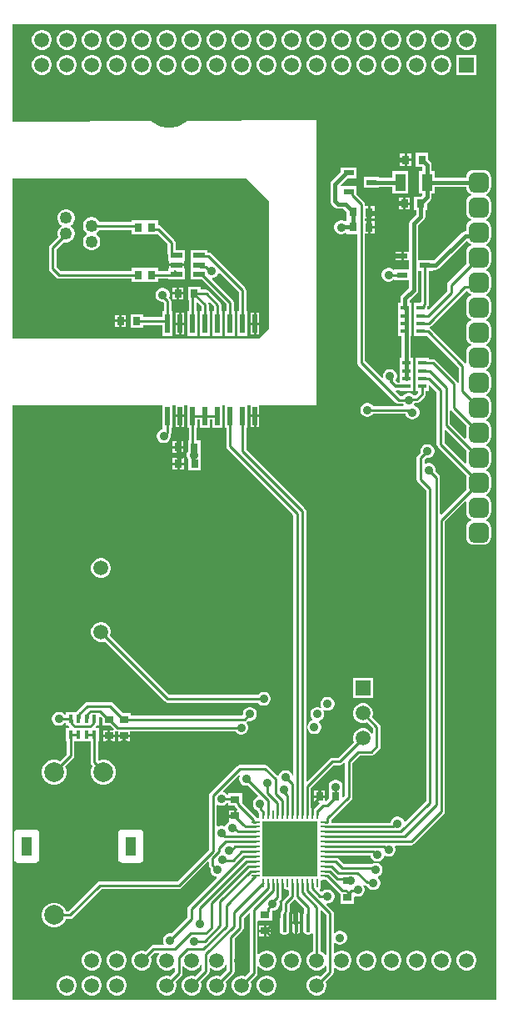
<source format=gbl>
G04*
G04 #@! TF.GenerationSoftware,Altium Limited,Altium Designer,22.4.2 (48)*
G04*
G04 Layer_Physical_Order=4*
G04 Layer_Color=16711680*
%FSLAX25Y25*%
%MOIN*%
G70*
G04*
G04 #@! TF.SameCoordinates,95B67B14-C50E-4141-B1D7-7F991BD8D4DD*
G04*
G04*
G04 #@! TF.FilePolarity,Positive*
G04*
G01*
G75*
%ADD21C,0.00984*%
%ADD22C,0.01575*%
%ADD24C,0.07874*%
%ADD25C,0.17717*%
G04:AMPARAMS|DCode=26|XSize=78.74mil|YSize=78.74mil|CornerRadius=19.68mil|HoleSize=0mil|Usage=FLASHONLY|Rotation=270.000|XOffset=0mil|YOffset=0mil|HoleType=Round|Shape=RoundedRectangle|*
%AMROUNDEDRECTD26*
21,1,0.07874,0.03937,0,0,270.0*
21,1,0.03937,0.07874,0,0,270.0*
1,1,0.03937,-0.01968,-0.01968*
1,1,0.03937,-0.01968,0.01968*
1,1,0.03937,0.01968,0.01968*
1,1,0.03937,0.01968,-0.01968*
%
%ADD26ROUNDEDRECTD26*%
%ADD27C,0.19685*%
%ADD28C,0.05906*%
%ADD29R,0.05906X0.05906*%
%ADD30C,0.04921*%
%ADD31O,0.15354X0.05512*%
%ADD32R,0.05906X0.05906*%
%ADD33C,0.03543*%
%ADD35R,0.03150X0.03543*%
%ADD36R,0.22047X0.22047*%
%ADD37O,0.03347X0.00984*%
%ADD38O,0.00984X0.03347*%
%ADD39R,0.03543X0.03150*%
%ADD40R,0.01772X0.03347*%
%ADD41R,0.03347X0.01772*%
%ADD42R,0.04331X0.06693*%
%ADD43R,0.04134X0.02362*%
G04:AMPARAMS|DCode=44|XSize=15.75mil|YSize=74.8mil|CornerRadius=3.94mil|HoleSize=0mil|Usage=FLASHONLY|Rotation=0.000|XOffset=0mil|YOffset=0mil|HoleType=Round|Shape=RoundedRectangle|*
%AMROUNDEDRECTD44*
21,1,0.01575,0.06693,0,0,0.0*
21,1,0.00787,0.07480,0,0,0.0*
1,1,0.00787,0.00394,-0.03347*
1,1,0.00787,-0.00394,-0.03347*
1,1,0.00787,-0.00394,0.03347*
1,1,0.00787,0.00394,0.03347*
%
%ADD44ROUNDEDRECTD44*%
%ADD45R,0.04724X0.02362*%
%ADD46R,0.02197X0.07756*%
%ADD47C,0.01968*%
%ADD48C,0.01181*%
G36*
X183285Y-66716D02*
X183387Y-67492D01*
X183686Y-68214D01*
X184162Y-68834D01*
X184783Y-69310D01*
X185188Y-69477D01*
Y-70019D01*
X184783Y-70187D01*
X184162Y-70662D01*
X183686Y-71283D01*
X183387Y-72005D01*
X183285Y-72780D01*
Y-76717D01*
X183387Y-77491D01*
X183686Y-78214D01*
X184162Y-78834D01*
X184783Y-79309D01*
X185188Y-79477D01*
Y-80019D01*
X184783Y-80186D01*
X184162Y-80662D01*
X183686Y-81283D01*
X183387Y-82005D01*
X183285Y-82780D01*
Y-84302D01*
X182871D01*
X182174Y-84441D01*
X181583Y-84836D01*
X181583Y-84836D01*
X170370Y-96049D01*
X169870Y-95855D01*
Y-95827D01*
X164070D01*
Y-82003D01*
X166344Y-79730D01*
X166344Y-79730D01*
X166739Y-79138D01*
X166877Y-78441D01*
Y-76059D01*
X167630D01*
Y-73093D01*
X168852Y-71871D01*
X168852Y-71871D01*
X169247Y-71280D01*
X169385Y-70583D01*
Y-69095D01*
X170728D01*
Y-66571D01*
X183285D01*
Y-66716D01*
D02*
G37*
G36*
X183852Y-88429D02*
X184162Y-88834D01*
X184783Y-89310D01*
X185188Y-89477D01*
Y-90019D01*
X184783Y-90187D01*
X184162Y-90662D01*
X183686Y-91282D01*
X183387Y-92005D01*
X183285Y-92779D01*
Y-96716D01*
X183383Y-97461D01*
X176172Y-104672D01*
X175842Y-105166D01*
X175727Y-105748D01*
Y-108118D01*
X168182Y-115662D01*
X167720Y-115471D01*
Y-114702D01*
X167750Y-114555D01*
X167750Y-114555D01*
Y-114398D01*
X167879Y-114269D01*
X167879Y-114269D01*
X168209Y-113775D01*
X168324Y-113193D01*
Y-100189D01*
X169870D01*
Y-99830D01*
X170988D01*
X170988Y-99830D01*
X171686Y-99692D01*
X172277Y-99296D01*
X183240Y-88333D01*
X183852Y-88429D01*
D02*
G37*
G36*
X104248Y-72248D02*
Y-123248D01*
X100248Y-127248D01*
X1529D01*
Y-63248D01*
X95248D01*
X104248Y-72248D01*
D02*
G37*
G36*
X183859Y-108438D02*
X184162Y-108834D01*
X184783Y-109309D01*
X185188Y-109477D01*
Y-110019D01*
X184783Y-110187D01*
X184162Y-110662D01*
X183686Y-111283D01*
X183387Y-112005D01*
X183285Y-112779D01*
Y-116717D01*
X183387Y-117491D01*
X183686Y-118214D01*
X184162Y-118834D01*
X184783Y-119309D01*
X185188Y-119477D01*
Y-120019D01*
X184783Y-120186D01*
X184162Y-120662D01*
X183686Y-121282D01*
X183387Y-122005D01*
X183285Y-122780D01*
Y-126716D01*
X183387Y-127491D01*
X183686Y-128214D01*
X184162Y-128834D01*
X184783Y-129309D01*
X185188Y-129477D01*
Y-130019D01*
X184783Y-130186D01*
X184162Y-130662D01*
X183686Y-131282D01*
X183387Y-132005D01*
X183285Y-132780D01*
Y-136716D01*
X183326Y-137024D01*
X182845Y-137205D01*
X182824Y-137172D01*
X168973Y-123322D01*
X168758Y-123178D01*
X168830Y-122654D01*
X169324Y-122324D01*
X183234Y-108414D01*
X183280Y-108393D01*
X183859Y-108438D01*
D02*
G37*
G36*
X165282Y-112563D02*
X165153Y-112692D01*
X164905Y-113063D01*
X162374D01*
Y-116835D01*
Y-119984D01*
Y-123134D01*
Y-126284D01*
X167632D01*
X180227Y-138878D01*
Y-144984D01*
X179727Y-145033D01*
X179654Y-144666D01*
X179324Y-144172D01*
X171025Y-135873D01*
X170531Y-135543D01*
X169949Y-135427D01*
X168220D01*
Y-135063D01*
X162874D01*
Y-138835D01*
Y-141984D01*
Y-145134D01*
Y-148284D01*
X164026D01*
Y-148819D01*
X162866Y-149979D01*
X162398D01*
X161950Y-149530D01*
X161318Y-149165D01*
X160613Y-148976D01*
X159883D01*
X159178Y-149165D01*
X158546Y-149530D01*
X158030Y-150046D01*
X157926Y-150227D01*
X156878D01*
X155171Y-148519D01*
X155378Y-148019D01*
X156575D01*
Y-148284D01*
X161921D01*
Y-145134D01*
Y-141984D01*
Y-138835D01*
Y-135063D01*
X161071D01*
Y-126284D01*
X161421D01*
Y-123134D01*
Y-119984D01*
Y-116835D01*
Y-113063D01*
X160571D01*
Y-112003D01*
X163537Y-109037D01*
X163537Y-109037D01*
X163932Y-108445D01*
X164070Y-107748D01*
X164070Y-107748D01*
Y-100189D01*
X165282D01*
Y-112563D01*
D02*
G37*
G36*
X183383Y-162035D02*
X183285Y-162779D01*
Y-166717D01*
X183317Y-166959D01*
X182844Y-167192D01*
X176769Y-161118D01*
Y-156110D01*
X176888Y-156026D01*
X177269Y-155921D01*
X183383Y-162035D01*
D02*
G37*
G36*
Y-172035D02*
X183285Y-172780D01*
Y-176716D01*
X183317Y-176959D01*
X182844Y-177192D01*
X174519Y-168868D01*
Y-163824D01*
X174981Y-163633D01*
X183383Y-172035D01*
D02*
G37*
G36*
X195321Y-391496D02*
X1529D01*
Y-153996D01*
X61650D01*
Y-163026D01*
X61650D01*
X61698Y-163526D01*
X61178Y-163665D01*
X60546Y-164030D01*
X60030Y-164546D01*
X59665Y-165178D01*
X59476Y-165883D01*
Y-166613D01*
X59665Y-167318D01*
X60030Y-167950D01*
X60546Y-168466D01*
X61178Y-168831D01*
X61883Y-169020D01*
X62613D01*
X63318Y-168831D01*
X63950Y-168466D01*
X64466Y-167950D01*
X64831Y-167318D01*
X65020Y-166613D01*
Y-165883D01*
X64952Y-165631D01*
X65154Y-165330D01*
X65269Y-164748D01*
Y-163026D01*
X65847D01*
Y-153996D01*
X67050D01*
Y-157648D01*
X68748D01*
X70446D01*
Y-153996D01*
X71650D01*
Y-163026D01*
X72227D01*
Y-167976D01*
X71902D01*
Y-172269D01*
X71665Y-172678D01*
X71476Y-173383D01*
Y-174113D01*
X71665Y-174818D01*
X71980Y-175364D01*
Y-180059D01*
X77130D01*
Y-174516D01*
X77130D01*
X76968Y-174305D01*
X77020Y-174113D01*
Y-173520D01*
X77051D01*
Y-167976D01*
X75269D01*
Y-163026D01*
X75846D01*
Y-159669D01*
X76650D01*
Y-163026D01*
X80847D01*
Y-159669D01*
X81650D01*
Y-163026D01*
X85847D01*
Y-153996D01*
X86650D01*
Y-163026D01*
X87227D01*
Y-170248D01*
X87343Y-170830D01*
X87672Y-171324D01*
X114179Y-197831D01*
Y-301694D01*
X113679Y-301760D01*
X113614Y-301517D01*
X113249Y-300885D01*
X112733Y-300369D01*
X112101Y-300004D01*
X111396Y-299815D01*
X110667D01*
X109962Y-300004D01*
X109330Y-300369D01*
X108814Y-300885D01*
X108449Y-301517D01*
X108347Y-301895D01*
X107790Y-302045D01*
X103870Y-298126D01*
X103377Y-297796D01*
X102795Y-297680D01*
X92701D01*
X92119Y-297796D01*
X91626Y-298126D01*
X91625Y-298126D01*
X80831Y-308920D01*
X80501Y-309414D01*
X80385Y-309996D01*
Y-331459D01*
X67582Y-344263D01*
X36712D01*
X36712Y-344263D01*
X36130Y-344379D01*
X35636Y-344709D01*
X35636Y-344709D01*
X24134Y-356211D01*
X23062D01*
X22959Y-355827D01*
X22309Y-354701D01*
X21390Y-353782D01*
X20264Y-353132D01*
X19008Y-352795D01*
X17708D01*
X16453Y-353132D01*
X15327Y-353782D01*
X14408Y-354701D01*
X13758Y-355827D01*
X13421Y-357082D01*
Y-358382D01*
X13758Y-359638D01*
X14408Y-360764D01*
X15327Y-361683D01*
X16453Y-362333D01*
X17708Y-362669D01*
X19008D01*
X20264Y-362333D01*
X21390Y-361683D01*
X22309Y-360764D01*
X22959Y-359638D01*
X23062Y-359254D01*
X24764D01*
X25346Y-359138D01*
X25839Y-358808D01*
X37342Y-347306D01*
X68212D01*
X68794Y-347190D01*
X69288Y-346860D01*
X79765Y-336383D01*
X80227Y-336574D01*
Y-337748D01*
X80343Y-338330D01*
X80672Y-338824D01*
X80903Y-339055D01*
X80849Y-339256D01*
Y-339986D01*
X81038Y-340691D01*
X81403Y-341323D01*
X81919Y-341839D01*
X82551Y-342203D01*
X83256Y-342392D01*
X83299D01*
X83490Y-342854D01*
X72172Y-354172D01*
X71842Y-354666D01*
X71727Y-355248D01*
Y-358618D01*
X65314Y-365030D01*
X65113Y-364976D01*
X64383D01*
X63678Y-365165D01*
X63046Y-365530D01*
X62530Y-366046D01*
X62165Y-366678D01*
X61976Y-367383D01*
Y-368113D01*
X62165Y-368818D01*
X62401Y-369227D01*
X62132Y-369727D01*
X58004D01*
X58004Y-369727D01*
X57422Y-369843D01*
X56928Y-370172D01*
X56928Y-370172D01*
X54955Y-372146D01*
X54951Y-372143D01*
X53946Y-371874D01*
X52905D01*
X51899Y-372143D01*
X50998Y-372664D01*
X50262Y-373400D01*
X49742Y-374301D01*
X49472Y-375306D01*
Y-376347D01*
X49742Y-377352D01*
X50262Y-378254D01*
X50998Y-378990D01*
X51899Y-379510D01*
X52905Y-379780D01*
X53946D01*
X54951Y-379510D01*
X55852Y-378990D01*
X56588Y-378254D01*
X57109Y-377352D01*
X57378Y-376347D01*
Y-375306D01*
X57109Y-374301D01*
X57106Y-374297D01*
X58634Y-372769D01*
X60239D01*
X60431Y-373231D01*
X60262Y-373400D01*
X59742Y-374301D01*
X59473Y-375306D01*
Y-376347D01*
X59742Y-377352D01*
X60262Y-378254D01*
X60998Y-378990D01*
X61900Y-379510D01*
X62905Y-379780D01*
X63946D01*
X64951Y-379510D01*
X65852Y-378990D01*
X66227Y-378615D01*
X66727Y-378822D01*
Y-380374D01*
X64955Y-382146D01*
X64951Y-382143D01*
X63946Y-381874D01*
X62905D01*
X61900Y-382143D01*
X60998Y-382664D01*
X60262Y-383400D01*
X59742Y-384301D01*
X59473Y-385306D01*
Y-386347D01*
X59742Y-387352D01*
X60262Y-388254D01*
X60998Y-388990D01*
X61900Y-389510D01*
X62905Y-389779D01*
X63946D01*
X64951Y-389510D01*
X65852Y-388990D01*
X66588Y-388254D01*
X67109Y-387352D01*
X67378Y-386347D01*
Y-385306D01*
X67109Y-384301D01*
X67106Y-384297D01*
X69324Y-382080D01*
X69654Y-381586D01*
X69769Y-381004D01*
Y-378366D01*
X70153Y-378263D01*
X70269Y-378261D01*
X70998Y-378990D01*
X71899Y-379510D01*
X72905Y-379780D01*
X73946D01*
X74951Y-379510D01*
X75852Y-378990D01*
X76588Y-378254D01*
X76975Y-377584D01*
X77475Y-377718D01*
Y-379626D01*
X74955Y-382146D01*
X74951Y-382143D01*
X73946Y-381874D01*
X72905D01*
X71899Y-382143D01*
X70998Y-382664D01*
X70262Y-383400D01*
X69742Y-384301D01*
X69472Y-385306D01*
Y-386347D01*
X69742Y-387352D01*
X70262Y-388254D01*
X70998Y-388990D01*
X71899Y-389510D01*
X72905Y-389779D01*
X73946D01*
X74951Y-389510D01*
X75852Y-388990D01*
X76588Y-388254D01*
X77109Y-387352D01*
X77378Y-386347D01*
Y-385306D01*
X77109Y-384301D01*
X77106Y-384297D01*
X80072Y-381332D01*
X80402Y-380838D01*
X80517Y-380256D01*
Y-379162D01*
X80752Y-379065D01*
X81017Y-379001D01*
X81899Y-379510D01*
X82905Y-379780D01*
X83946D01*
X84951Y-379510D01*
X85852Y-378990D01*
X86588Y-378254D01*
X86975Y-377584D01*
X87475Y-377718D01*
Y-379626D01*
X84955Y-382146D01*
X84951Y-382143D01*
X83946Y-381874D01*
X82905D01*
X81899Y-382143D01*
X80998Y-382664D01*
X80262Y-383400D01*
X79742Y-384301D01*
X79473Y-385306D01*
Y-386347D01*
X79742Y-387352D01*
X80262Y-388254D01*
X80998Y-388990D01*
X81899Y-389510D01*
X82905Y-389779D01*
X83946D01*
X84951Y-389510D01*
X85852Y-388990D01*
X86588Y-388254D01*
X87109Y-387352D01*
X87378Y-386347D01*
Y-385306D01*
X87109Y-384301D01*
X87106Y-384297D01*
X90072Y-381332D01*
X90402Y-380838D01*
X90517Y-380256D01*
Y-367130D01*
X93824Y-363824D01*
X93824Y-363824D01*
X94154Y-363330D01*
X94269Y-362748D01*
Y-358796D01*
X96265Y-356801D01*
X96727Y-356992D01*
Y-380374D01*
X94955Y-382146D01*
X94951Y-382143D01*
X93946Y-381874D01*
X92905D01*
X91900Y-382143D01*
X90998Y-382664D01*
X90262Y-383400D01*
X89742Y-384301D01*
X89473Y-385306D01*
Y-386347D01*
X89742Y-387352D01*
X90262Y-388254D01*
X90998Y-388990D01*
X91900Y-389510D01*
X92905Y-389779D01*
X93946D01*
X94951Y-389510D01*
X95852Y-388990D01*
X96588Y-388254D01*
X97109Y-387352D01*
X97378Y-386347D01*
Y-385306D01*
X97109Y-384301D01*
X97106Y-384297D01*
X99324Y-382080D01*
X99654Y-381586D01*
X99769Y-381004D01*
Y-378366D01*
X100153Y-378263D01*
X100269Y-378261D01*
X100998Y-378990D01*
X101900Y-379510D01*
X102905Y-379780D01*
X103946D01*
X104951Y-379510D01*
X105852Y-378990D01*
X106588Y-378254D01*
X107109Y-377352D01*
X107378Y-376347D01*
Y-375306D01*
X107109Y-374301D01*
X106588Y-373400D01*
X105852Y-372664D01*
X104951Y-372143D01*
X103946Y-371874D01*
X102905D01*
X101900Y-372143D01*
X100998Y-372664D01*
X100269Y-373393D01*
X100153Y-373390D01*
X99769Y-373287D01*
Y-360414D01*
X100016Y-360016D01*
X105559D01*
Y-356020D01*
X106113D01*
X106818Y-355831D01*
X107450Y-355466D01*
X107966Y-354950D01*
X108331Y-354318D01*
X108520Y-353613D01*
Y-352883D01*
X108331Y-352180D01*
X108380Y-352106D01*
X108903Y-351584D01*
X109232Y-351090D01*
X109348Y-350508D01*
Y-347743D01*
X109795Y-347322D01*
X110221Y-347237D01*
X110274Y-347202D01*
X110688Y-347284D01*
X111182Y-347614D01*
X111764Y-347730D01*
X111824Y-347718D01*
X112211Y-348035D01*
Y-349540D01*
X109924Y-351827D01*
X109595Y-352321D01*
X109479Y-352903D01*
Y-353007D01*
X109475Y-353027D01*
Y-355799D01*
X109413Y-355891D01*
X109341Y-356252D01*
X109125Y-356397D01*
X108817Y-356858D01*
X108709Y-357402D01*
Y-364094D01*
X108817Y-364638D01*
X109125Y-365099D01*
X109586Y-365407D01*
X110130Y-365515D01*
X110917D01*
X111461Y-365407D01*
X111922Y-365099D01*
X112230Y-364638D01*
X112338Y-364094D01*
Y-360462D01*
X112340Y-360453D01*
Y-356970D01*
X112402Y-356878D01*
X112517Y-356296D01*
X112517Y-356296D01*
Y-353537D01*
X114701Y-351353D01*
X118451Y-355103D01*
Y-356581D01*
X118266Y-356858D01*
X118158Y-357402D01*
Y-364094D01*
X118266Y-364638D01*
X118574Y-365099D01*
X119035Y-365407D01*
X119579Y-365515D01*
X120366D01*
X120910Y-365407D01*
X121371Y-365099D01*
X121404Y-365050D01*
X121904Y-365202D01*
Y-372142D01*
X121899Y-372143D01*
X120998Y-372664D01*
X120262Y-373400D01*
X119742Y-374301D01*
X119473Y-375306D01*
Y-376347D01*
X119742Y-377352D01*
X120262Y-378254D01*
X120998Y-378990D01*
X121899Y-379510D01*
X122905Y-379780D01*
X123946D01*
X124951Y-379510D01*
X125852Y-378990D01*
X126588Y-378254D01*
X126695Y-378068D01*
X127195Y-378203D01*
Y-379905D01*
X124955Y-382146D01*
X124951Y-382143D01*
X123946Y-381874D01*
X122905D01*
X121899Y-382143D01*
X120998Y-382664D01*
X120262Y-383400D01*
X119742Y-384301D01*
X119473Y-385306D01*
Y-386347D01*
X119742Y-387352D01*
X120262Y-388254D01*
X120998Y-388990D01*
X121899Y-389510D01*
X122905Y-389779D01*
X123946D01*
X124951Y-389510D01*
X125852Y-388990D01*
X126588Y-388254D01*
X127109Y-387352D01*
X127378Y-386347D01*
Y-385306D01*
X127109Y-384301D01*
X127106Y-384297D01*
X129792Y-381611D01*
X130122Y-381118D01*
X130238Y-380535D01*
Y-378937D01*
X130738Y-378730D01*
X130998Y-378990D01*
X131899Y-379510D01*
X132905Y-379780D01*
X133946D01*
X134951Y-379510D01*
X135852Y-378990D01*
X136588Y-378254D01*
X137109Y-377352D01*
X137378Y-376347D01*
Y-375306D01*
X137109Y-374301D01*
X136588Y-373400D01*
X135852Y-372664D01*
X134951Y-372143D01*
X133946Y-371874D01*
X132905D01*
X131899Y-372143D01*
X130998Y-372664D01*
X130738Y-372924D01*
X130238Y-372717D01*
Y-368865D01*
X130738Y-368658D01*
X131046Y-368966D01*
X131678Y-369331D01*
X132383Y-369520D01*
X133113D01*
X133818Y-369331D01*
X134450Y-368966D01*
X134966Y-368450D01*
X135331Y-367818D01*
X135520Y-367113D01*
Y-366383D01*
X135331Y-365678D01*
X134966Y-365046D01*
X134450Y-364530D01*
X133818Y-364165D01*
X133113Y-363976D01*
X132383D01*
X131678Y-364165D01*
X131046Y-364530D01*
X130738Y-364839D01*
X130238Y-364631D01*
Y-356933D01*
X130122Y-356350D01*
X129792Y-355857D01*
X129792Y-355857D01*
X127455Y-353520D01*
X127662Y-353020D01*
X128113D01*
X128818Y-352831D01*
X129450Y-352466D01*
X129966Y-351950D01*
X130331Y-351318D01*
X130520Y-350613D01*
Y-349883D01*
X130331Y-349178D01*
X129966Y-348546D01*
X129450Y-348030D01*
X128818Y-347665D01*
X128113Y-347476D01*
X127383D01*
X126678Y-347665D01*
X126046Y-348030D01*
X125759Y-348318D01*
X125103Y-348370D01*
X124550Y-347816D01*
X124599Y-347319D01*
X124651Y-347284D01*
X124980Y-346791D01*
X125096Y-346209D01*
Y-344056D01*
X125258Y-343758D01*
X125556Y-343596D01*
X127078D01*
X132530Y-349048D01*
X132937Y-349320D01*
Y-353130D01*
X138480D01*
Y-350518D01*
X138980Y-350237D01*
X139521Y-350382D01*
X140251D01*
X140956Y-350193D01*
X141588Y-349828D01*
X142104Y-349312D01*
X142469Y-348680D01*
X142657Y-347975D01*
Y-347245D01*
X142469Y-346540D01*
X142177Y-346036D01*
X142187Y-346028D01*
X142592Y-345743D01*
X143085Y-346073D01*
X143650Y-346185D01*
X143872Y-346571D01*
X144388Y-347087D01*
X145020Y-347452D01*
X145725Y-347641D01*
X146455D01*
X147160Y-347452D01*
X147792Y-347087D01*
X148308Y-346571D01*
X148673Y-345939D01*
X148862Y-345234D01*
Y-344504D01*
X148673Y-343799D01*
X148308Y-343167D01*
X147889Y-342748D01*
X147931Y-342361D01*
X148008Y-342198D01*
X148122Y-342168D01*
X148754Y-341803D01*
X149270Y-341287D01*
X149635Y-340655D01*
X149824Y-339950D01*
Y-339220D01*
X149635Y-338515D01*
X149270Y-337883D01*
X148754Y-337367D01*
X148122Y-337002D01*
X147417Y-336814D01*
X146687D01*
X145982Y-337002D01*
X145539Y-337258D01*
X134410D01*
X132245Y-335093D01*
X131752Y-334764D01*
X131169Y-334648D01*
X129243D01*
X128822Y-334201D01*
X129243Y-333754D01*
X144976D01*
Y-333877D01*
X145165Y-334582D01*
X145530Y-335214D01*
X146046Y-335730D01*
X146678Y-336095D01*
X147383Y-336283D01*
X148113D01*
X148818Y-336095D01*
X149450Y-335730D01*
X149966Y-335214D01*
X150331Y-334582D01*
X150412Y-334277D01*
X150995Y-334036D01*
X151151Y-334126D01*
X151856Y-334315D01*
X152585D01*
X153290Y-334126D01*
X153922Y-333761D01*
X154438Y-333245D01*
X154803Y-332613D01*
X154992Y-331908D01*
Y-331178D01*
X154803Y-330473D01*
X154713Y-330317D01*
X155001Y-329817D01*
X161201D01*
X161783Y-329701D01*
X162276Y-329371D01*
X174324Y-317324D01*
X174324Y-317324D01*
X174654Y-316830D01*
X174769Y-316248D01*
Y-200378D01*
X182844Y-192304D01*
X183317Y-192537D01*
X183285Y-192780D01*
Y-196716D01*
X183387Y-197492D01*
X183686Y-198214D01*
X184162Y-198834D01*
X184783Y-199310D01*
X185188Y-199477D01*
Y-200019D01*
X184783Y-200186D01*
X184162Y-200662D01*
X183686Y-201283D01*
X183387Y-202005D01*
X183285Y-202780D01*
Y-206716D01*
X183387Y-207491D01*
X183686Y-208214D01*
X184162Y-208834D01*
X184783Y-209310D01*
X185505Y-209609D01*
X186279Y-209711D01*
X190217D01*
X190991Y-209609D01*
X191714Y-209310D01*
X192334Y-208834D01*
X192809Y-208214D01*
X193109Y-207491D01*
X193211Y-206716D01*
Y-202780D01*
X193109Y-202005D01*
X192809Y-201283D01*
X192334Y-200662D01*
X191714Y-200186D01*
X191308Y-200019D01*
Y-199477D01*
X191714Y-199310D01*
X192334Y-198834D01*
X192809Y-198214D01*
X193109Y-197492D01*
X193211Y-196716D01*
Y-192780D01*
X193109Y-192005D01*
X192809Y-191282D01*
X192334Y-190662D01*
X191714Y-190187D01*
X191308Y-190019D01*
Y-189477D01*
X191714Y-189310D01*
X192334Y-188834D01*
X192809Y-188214D01*
X193109Y-187492D01*
X193211Y-186716D01*
Y-182780D01*
X193109Y-182005D01*
X192809Y-181282D01*
X192334Y-180662D01*
X191714Y-180186D01*
X191308Y-180019D01*
Y-179477D01*
X191714Y-179309D01*
X192334Y-178834D01*
X192809Y-178214D01*
X193109Y-177491D01*
X193211Y-176716D01*
Y-172780D01*
X193109Y-172005D01*
X192809Y-171282D01*
X192334Y-170662D01*
X191714Y-170186D01*
X191308Y-170019D01*
Y-169477D01*
X191714Y-169309D01*
X192334Y-168834D01*
X192809Y-168214D01*
X193109Y-167491D01*
X193211Y-166717D01*
Y-162779D01*
X193109Y-162005D01*
X192809Y-161283D01*
X192334Y-160662D01*
X191714Y-160187D01*
X191308Y-160019D01*
Y-159477D01*
X191714Y-159309D01*
X192334Y-158834D01*
X192809Y-158214D01*
X193109Y-157492D01*
X193211Y-156717D01*
Y-152779D01*
X193109Y-152005D01*
X192809Y-151283D01*
X192334Y-150662D01*
X191714Y-150187D01*
X191308Y-150019D01*
Y-149477D01*
X191714Y-149310D01*
X192334Y-148834D01*
X192809Y-148214D01*
X193109Y-147492D01*
X193211Y-146716D01*
Y-142780D01*
X193109Y-142005D01*
X192809Y-141282D01*
X192334Y-140662D01*
X191714Y-140187D01*
X191308Y-140019D01*
Y-139477D01*
X191714Y-139310D01*
X192334Y-138834D01*
X192809Y-138214D01*
X193109Y-137492D01*
X193211Y-136716D01*
Y-132780D01*
X193109Y-132005D01*
X192809Y-131282D01*
X192334Y-130662D01*
X191714Y-130186D01*
X191308Y-130019D01*
Y-129477D01*
X191714Y-129309D01*
X192334Y-128834D01*
X192809Y-128214D01*
X193109Y-127491D01*
X193211Y-126716D01*
Y-122780D01*
X193109Y-122005D01*
X192809Y-121282D01*
X192334Y-120662D01*
X191714Y-120186D01*
X191308Y-120019D01*
Y-119477D01*
X191714Y-119309D01*
X192334Y-118834D01*
X192809Y-118214D01*
X193109Y-117491D01*
X193211Y-116717D01*
Y-112779D01*
X193109Y-112005D01*
X192809Y-111283D01*
X192334Y-110662D01*
X191714Y-110187D01*
X191308Y-110019D01*
Y-109477D01*
X191714Y-109309D01*
X192334Y-108834D01*
X192809Y-108214D01*
X193109Y-107492D01*
X193211Y-106717D01*
Y-102779D01*
X193109Y-102005D01*
X192809Y-101283D01*
X192334Y-100662D01*
X191714Y-100187D01*
X191308Y-100019D01*
Y-99477D01*
X191714Y-99309D01*
X192334Y-98834D01*
X192809Y-98214D01*
X193109Y-97492D01*
X193211Y-96716D01*
Y-92779D01*
X193109Y-92005D01*
X192809Y-91282D01*
X192334Y-90662D01*
X191714Y-90187D01*
X191308Y-90019D01*
Y-89477D01*
X191714Y-89310D01*
X192334Y-88834D01*
X192809Y-88214D01*
X193109Y-87492D01*
X193211Y-86717D01*
Y-82780D01*
X193109Y-82005D01*
X192809Y-81283D01*
X192334Y-80662D01*
X191714Y-80186D01*
X191308Y-80019D01*
Y-79477D01*
X191714Y-79309D01*
X192334Y-78834D01*
X192809Y-78214D01*
X193109Y-77491D01*
X193211Y-76717D01*
Y-72780D01*
X193109Y-72005D01*
X192809Y-71283D01*
X192334Y-70662D01*
X191714Y-70187D01*
X191308Y-70019D01*
Y-69477D01*
X191714Y-69310D01*
X192334Y-68834D01*
X192809Y-68214D01*
X193109Y-67492D01*
X193211Y-66716D01*
Y-62779D01*
X193109Y-62005D01*
X192809Y-61282D01*
X192334Y-60662D01*
X191714Y-60186D01*
X190991Y-59887D01*
X190217Y-59785D01*
X186279D01*
X185505Y-59887D01*
X184783Y-60186D01*
X184162Y-60662D01*
X183686Y-61282D01*
X183387Y-62005D01*
X183285Y-62779D01*
Y-62926D01*
X170728D01*
Y-60402D01*
X169385D01*
Y-57992D01*
X169385Y-57992D01*
X169247Y-57295D01*
X168852Y-56704D01*
X168852Y-56703D01*
X168130Y-55982D01*
Y-53016D01*
X162980D01*
Y-58559D01*
X165553D01*
X165741Y-58747D01*
Y-60402D01*
X164398D01*
Y-69095D01*
X165741D01*
Y-69828D01*
X165053Y-70516D01*
X162480D01*
Y-76059D01*
X163233D01*
Y-77686D01*
X160959Y-79959D01*
X160564Y-80551D01*
X160426Y-81248D01*
X160426Y-81248D01*
Y-91991D01*
X160415Y-92487D01*
X159926Y-92487D01*
X158248D01*
Y-94268D01*
Y-96049D01*
X160415Y-96049D01*
X160426Y-96544D01*
Y-99567D01*
X154681D01*
Y-99567D01*
X154181Y-99761D01*
X153950Y-99530D01*
X153318Y-99165D01*
X152613Y-98976D01*
X151883D01*
X151178Y-99165D01*
X150546Y-99530D01*
X150030Y-100046D01*
X149665Y-100678D01*
X149476Y-101383D01*
Y-102113D01*
X149665Y-102818D01*
X150030Y-103450D01*
X150546Y-103966D01*
X151178Y-104331D01*
X151883Y-104520D01*
X152613D01*
X153318Y-104331D01*
X153950Y-103966D01*
X154181Y-103735D01*
X154681Y-103929D01*
Y-103929D01*
X160426D01*
Y-106993D01*
X157459Y-109959D01*
X157064Y-110551D01*
X156926Y-111248D01*
X156926Y-111248D01*
Y-113063D01*
X156075D01*
Y-116835D01*
Y-119984D01*
Y-123134D01*
Y-126284D01*
X157426D01*
Y-135063D01*
X156575D01*
Y-138835D01*
Y-141984D01*
Y-144776D01*
X155830D01*
X154980Y-143926D01*
X155331Y-143318D01*
X155520Y-142613D01*
Y-141883D01*
X155331Y-141178D01*
X154966Y-140546D01*
X154450Y-140030D01*
X153818Y-139665D01*
X153113Y-139476D01*
X152383D01*
X151678Y-139665D01*
X151046Y-140030D01*
X150530Y-140546D01*
X150165Y-141178D01*
X149976Y-141883D01*
Y-142613D01*
X149978Y-142620D01*
X149530Y-142878D01*
X142769Y-136118D01*
Y-85120D01*
X143976D01*
Y-82748D01*
Y-80376D01*
X142769D01*
Y-79120D01*
X143976D01*
Y-76748D01*
Y-74376D01*
X142769D01*
Y-73516D01*
X142654Y-72934D01*
X142324Y-72440D01*
X139317Y-69433D01*
Y-69177D01*
X139287Y-69030D01*
Y-66307D01*
X133320D01*
X133084Y-65836D01*
X135731Y-63189D01*
X139287D01*
Y-58827D01*
X133153D01*
Y-60612D01*
X129459Y-64306D01*
X129064Y-64897D01*
X128926Y-65595D01*
X128926Y-65595D01*
Y-72248D01*
X128926Y-72248D01*
X129064Y-72945D01*
X129459Y-73537D01*
X130709Y-74786D01*
X131300Y-75181D01*
X131997Y-75320D01*
X131997Y-75320D01*
X134171D01*
X135366Y-76514D01*
Y-79480D01*
X135366D01*
Y-79937D01*
X135248Y-80221D01*
X134727Y-80401D01*
X134318Y-80165D01*
X133613Y-79976D01*
X132883D01*
X132178Y-80165D01*
X131546Y-80530D01*
X131030Y-81046D01*
X130665Y-81678D01*
X130476Y-82383D01*
Y-82651D01*
X130465Y-82709D01*
X130476Y-82766D01*
Y-83113D01*
X130665Y-83818D01*
X131030Y-84450D01*
X131546Y-84966D01*
X132178Y-85331D01*
X132883Y-85520D01*
X133613D01*
X134318Y-85331D01*
X134866Y-85014D01*
X135366Y-85182D01*
Y-85480D01*
X139727D01*
Y-136748D01*
X139842Y-137330D01*
X140172Y-137824D01*
X155172Y-152824D01*
X155172Y-152824D01*
X155666Y-153154D01*
X156248Y-153269D01*
X157926D01*
X158030Y-153450D01*
X158307Y-153727D01*
X158100Y-154227D01*
X146070D01*
X145966Y-154046D01*
X145450Y-153530D01*
X144818Y-153165D01*
X144113Y-152976D01*
X143383D01*
X142678Y-153165D01*
X142046Y-153530D01*
X141530Y-154046D01*
X141165Y-154678D01*
X140976Y-155383D01*
Y-156113D01*
X141165Y-156818D01*
X141530Y-157450D01*
X142046Y-157966D01*
X142678Y-158331D01*
X143383Y-158520D01*
X144113D01*
X144818Y-158331D01*
X145450Y-157966D01*
X145966Y-157450D01*
X146070Y-157269D01*
X159018D01*
X159165Y-157818D01*
X159530Y-158450D01*
X160046Y-158966D01*
X160678Y-159331D01*
X161383Y-159520D01*
X162113D01*
X162818Y-159331D01*
X163450Y-158966D01*
X163966Y-158450D01*
X164331Y-157818D01*
X164520Y-157113D01*
Y-156383D01*
X164331Y-155678D01*
X163966Y-155046D01*
X163450Y-154530D01*
X162818Y-154165D01*
X162534Y-154089D01*
X162384Y-153531D01*
X162466Y-153450D01*
X162713Y-153021D01*
X163496D01*
X164078Y-152905D01*
X164572Y-152576D01*
X166623Y-150525D01*
X166623Y-150525D01*
X166953Y-150031D01*
X167069Y-149449D01*
X167069Y-149449D01*
Y-148284D01*
X168220D01*
Y-146025D01*
X168682Y-145834D01*
X171477Y-148628D01*
Y-169498D01*
X171592Y-170080D01*
X171922Y-170574D01*
X183383Y-182035D01*
X183285Y-182780D01*
Y-186716D01*
X183383Y-187461D01*
X173263Y-197582D01*
X172801Y-197390D01*
Y-182780D01*
X172801Y-182780D01*
X172685Y-182197D01*
X172355Y-181704D01*
X170966Y-180314D01*
X171020Y-180113D01*
Y-179383D01*
X170831Y-178678D01*
X170466Y-178046D01*
X169950Y-177530D01*
X169318Y-177165D01*
X168613Y-176976D01*
X167883D01*
X167178Y-177165D01*
X167021Y-177256D01*
X166521Y-176967D01*
Y-175626D01*
X167182Y-174966D01*
X167383Y-175020D01*
X168113D01*
X168818Y-174831D01*
X169450Y-174466D01*
X169966Y-173950D01*
X170331Y-173318D01*
X170520Y-172613D01*
Y-171883D01*
X170331Y-171178D01*
X169966Y-170546D01*
X169450Y-170030D01*
X168818Y-169665D01*
X168113Y-169476D01*
X167383D01*
X166678Y-169665D01*
X166046Y-170030D01*
X165530Y-170546D01*
X165165Y-171178D01*
X164976Y-171883D01*
Y-172613D01*
X165030Y-172814D01*
X163924Y-173920D01*
X163594Y-174414D01*
X163479Y-174996D01*
Y-183500D01*
X163594Y-184082D01*
X163924Y-184576D01*
X167227Y-187878D01*
Y-312118D01*
X158980Y-320365D01*
X158422Y-320215D01*
X158375Y-320040D01*
X158010Y-319408D01*
X157494Y-318892D01*
X156862Y-318528D01*
X156157Y-318339D01*
X155428D01*
X154723Y-318528D01*
X154091Y-318892D01*
X153575Y-319408D01*
X153210Y-320040D01*
X153021Y-320745D01*
Y-320868D01*
X129535D01*
X129218Y-320482D01*
X129230Y-320421D01*
X129230Y-320421D01*
Y-319698D01*
X137324Y-311605D01*
X137324Y-311605D01*
X137654Y-311111D01*
X137769Y-310529D01*
Y-296882D01*
X140630Y-294021D01*
X145246D01*
X145828Y-293905D01*
X146322Y-293576D01*
X148576Y-291322D01*
X148906Y-290828D01*
X149021Y-290246D01*
Y-282500D01*
X148906Y-281918D01*
X148576Y-281424D01*
X148576Y-281424D01*
X145681Y-278530D01*
X145683Y-278526D01*
X145953Y-277520D01*
Y-276480D01*
X145683Y-275474D01*
X145163Y-274573D01*
X144427Y-273837D01*
X143526Y-273317D01*
X142520Y-273047D01*
X141480D01*
X140474Y-273317D01*
X139573Y-273837D01*
X138837Y-274573D01*
X138317Y-275474D01*
X138047Y-276480D01*
Y-277520D01*
X138317Y-278526D01*
X138837Y-279427D01*
X139573Y-280163D01*
X140474Y-280683D01*
X141480Y-280953D01*
X142520D01*
X143526Y-280683D01*
X143530Y-280681D01*
X145979Y-283130D01*
Y-284986D01*
X145479Y-285120D01*
X145163Y-284573D01*
X144427Y-283837D01*
X143526Y-283317D01*
X142520Y-283047D01*
X141480D01*
X140474Y-283317D01*
X139573Y-283837D01*
X138837Y-284573D01*
X138317Y-285474D01*
X138047Y-286480D01*
Y-287520D01*
X138317Y-288526D01*
X138319Y-288530D01*
X132083Y-294765D01*
X129616D01*
X129616Y-294765D01*
X129034Y-294881D01*
X128541Y-295211D01*
X128541Y-295211D01*
X119653Y-304099D01*
X119191Y-303907D01*
Y-196169D01*
X119075Y-195587D01*
X118745Y-195094D01*
X118745Y-195094D01*
X95269Y-171618D01*
Y-163026D01*
X95846D01*
Y-153996D01*
X97050D01*
Y-157648D01*
X98748D01*
X100446D01*
Y-153996D01*
X123496D01*
Y-39996D01*
X1884Y-40492D01*
X1529Y-40140D01*
Y-1529D01*
X195321D01*
Y-391496D01*
D02*
G37*
G36*
X134727Y-297078D02*
Y-309899D01*
X134092Y-310533D01*
X133630Y-310342D01*
Y-307525D01*
X133638Y-307511D01*
X133827Y-306806D01*
Y-306076D01*
X133638Y-305371D01*
X133273Y-304739D01*
X132757Y-304223D01*
X132125Y-303858D01*
X131420Y-303669D01*
X130690D01*
X129985Y-303858D01*
X129353Y-304223D01*
X128837Y-304739D01*
X128472Y-305371D01*
X128284Y-306076D01*
Y-306806D01*
X128472Y-307511D01*
X128480Y-307525D01*
Y-310908D01*
X127194Y-312193D01*
X126695Y-311986D01*
Y-310748D01*
X124520D01*
X122345D01*
Y-312620D01*
X124384D01*
X124591Y-313120D01*
X122499Y-315212D01*
X122499Y-315212D01*
X122085Y-315294D01*
X122032Y-315259D01*
X121606Y-315174D01*
X121159Y-314753D01*
Y-306895D01*
X130246Y-297808D01*
X132714D01*
X133296Y-297692D01*
X133789Y-297362D01*
X134265Y-296887D01*
X134727Y-297078D01*
D02*
G37*
G36*
X88016Y-312924D02*
Y-314016D01*
X90644D01*
X90661Y-314102D01*
X90991Y-314595D01*
X91735Y-315340D01*
X91544Y-315802D01*
X91248D01*
Y-317976D01*
X90748D01*
Y-318476D01*
X88376D01*
Y-320151D01*
X88062Y-320521D01*
X88046Y-320530D01*
X87530Y-321046D01*
X87165Y-321678D01*
X87073Y-322024D01*
X86495Y-322268D01*
X86318Y-322165D01*
X85613Y-321976D01*
X84883D01*
X84178Y-322165D01*
X83928Y-322310D01*
X83428Y-322021D01*
Y-313975D01*
X83928Y-313686D01*
X84178Y-313831D01*
X84883Y-314020D01*
X85613D01*
X86318Y-313831D01*
X86950Y-313466D01*
X87466Y-312950D01*
X87516Y-312863D01*
X88016Y-312924D01*
D02*
G37*
G36*
X92778Y-301984D02*
X92665Y-302178D01*
X92476Y-302883D01*
Y-303613D01*
X92665Y-304318D01*
X93030Y-304950D01*
X93546Y-305466D01*
X94178Y-305831D01*
X94883Y-306020D01*
X95613D01*
X95814Y-305966D01*
X99896Y-310048D01*
X99747Y-310606D01*
X99572Y-310652D01*
X98940Y-311017D01*
X98424Y-311533D01*
X98059Y-312165D01*
X97870Y-312870D01*
Y-313600D01*
X98059Y-314305D01*
X98424Y-314937D01*
X98940Y-315453D01*
X99572Y-315818D01*
X99679Y-315847D01*
X99726Y-316080D01*
X100056Y-316573D01*
X100400Y-316918D01*
Y-318440D01*
X100238Y-318738D01*
X99940Y-318900D01*
X99388D01*
X99376Y-318841D01*
X99046Y-318347D01*
X99046Y-318347D01*
X93559Y-312860D01*
Y-308866D01*
X88016D01*
Y-309573D01*
X87516Y-309632D01*
X87466Y-309546D01*
X86950Y-309030D01*
X86318Y-308665D01*
X86143Y-308618D01*
X85993Y-308061D01*
X92377Y-301677D01*
X92778Y-301984D01*
D02*
G37*
G36*
X127195Y-357563D02*
Y-373451D01*
X126695Y-373585D01*
X126588Y-373400D01*
X125852Y-372664D01*
X124951Y-372143D01*
X124947Y-372142D01*
Y-355967D01*
X125408Y-355776D01*
X127195Y-357563D01*
D02*
G37*
%LPC*%
G36*
X23538Y-75532D02*
X22627D01*
X21747Y-75767D01*
X20958Y-76223D01*
X20313Y-76867D01*
X19858Y-77656D01*
X19622Y-78536D01*
Y-79448D01*
X19858Y-80328D01*
X20313Y-81117D01*
X20958Y-81761D01*
X21184Y-81892D01*
Y-82392D01*
X20958Y-82522D01*
X20313Y-83166D01*
X19858Y-83956D01*
X19622Y-84836D01*
Y-85747D01*
X19858Y-86627D01*
X19906Y-86710D01*
X16672Y-89944D01*
X16342Y-90438D01*
X16227Y-91020D01*
Y-99172D01*
X16342Y-99754D01*
X16672Y-100247D01*
X19249Y-102824D01*
X19742Y-103154D01*
X20325Y-103269D01*
X49417D01*
Y-104520D01*
X54429D01*
X54567Y-104520D01*
X54929D01*
X55067Y-104520D01*
X60079D01*
Y-103269D01*
X63858D01*
Y-103669D01*
X70583D01*
Y-99307D01*
X70183D01*
Y-98248D01*
X67220D01*
X64258D01*
Y-99307D01*
X63858D01*
Y-100227D01*
X60079D01*
Y-98976D01*
X55067D01*
X54929Y-98976D01*
X54567D01*
X54429Y-98976D01*
X49417D01*
Y-100227D01*
X20955D01*
X19269Y-98541D01*
Y-91650D01*
X22264Y-88655D01*
X22627Y-88752D01*
X23538D01*
X24418Y-88516D01*
X25208Y-88060D01*
X25852Y-87416D01*
X26307Y-86627D01*
X26543Y-85747D01*
Y-84836D01*
X26307Y-83956D01*
X25852Y-83166D01*
X25208Y-82522D01*
X24982Y-82392D01*
Y-81892D01*
X25208Y-81761D01*
X25852Y-81117D01*
X26307Y-80328D01*
X26543Y-79448D01*
Y-78536D01*
X26307Y-77656D01*
X25852Y-76867D01*
X25208Y-76223D01*
X24418Y-75767D01*
X23538Y-75532D01*
D02*
G37*
G36*
X33775Y-78681D02*
X32863D01*
X31983Y-78917D01*
X31194Y-79373D01*
X30550Y-80017D01*
X30094Y-80806D01*
X29858Y-81686D01*
Y-82597D01*
X30094Y-83477D01*
X30550Y-84267D01*
X31194Y-84911D01*
X31420Y-85041D01*
Y-85541D01*
X31194Y-85672D01*
X30550Y-86316D01*
X30094Y-87105D01*
X29858Y-87985D01*
Y-88897D01*
X30094Y-89777D01*
X30550Y-90566D01*
X31194Y-91210D01*
X31983Y-91666D01*
X32863Y-91902D01*
X33775D01*
X34655Y-91666D01*
X35444Y-91210D01*
X36088Y-90566D01*
X36544Y-89777D01*
X36779Y-88897D01*
Y-87985D01*
X36544Y-87105D01*
X36088Y-86316D01*
X35444Y-85672D01*
X35218Y-85541D01*
Y-85041D01*
X35444Y-84911D01*
X36088Y-84267D01*
X36375Y-83769D01*
X49417D01*
Y-85520D01*
X54429D01*
X54567Y-85520D01*
X54929D01*
X55067Y-85520D01*
X59868D01*
X63829Y-89481D01*
Y-93319D01*
X63858Y-93466D01*
Y-96189D01*
X64258D01*
Y-97248D01*
X67220D01*
X70183D01*
Y-96189D01*
X70583D01*
Y-91827D01*
X66872D01*
Y-88850D01*
X66756Y-88268D01*
X66426Y-87775D01*
X66426Y-87775D01*
X61054Y-82403D01*
X60561Y-82073D01*
X60079Y-81977D01*
Y-79976D01*
X55067D01*
X54929Y-79976D01*
X54567D01*
X54429Y-79976D01*
X49417D01*
Y-80727D01*
X36498D01*
X36088Y-80017D01*
X35444Y-79373D01*
X34655Y-78917D01*
X33775Y-78681D01*
D02*
G37*
G36*
X70116Y-106837D02*
X68441D01*
Y-108709D01*
X70116D01*
Y-106837D01*
D02*
G37*
G36*
X67441D02*
X65766D01*
Y-108709D01*
X67441D01*
Y-106837D01*
D02*
G37*
G36*
X70116Y-109709D02*
X68441D01*
Y-111580D01*
X70116D01*
Y-109709D01*
D02*
G37*
G36*
X67441D02*
X65766D01*
Y-111580D01*
X67441D01*
Y-109709D01*
D02*
G37*
G36*
X62113Y-106976D02*
X61383D01*
X60678Y-107165D01*
X60046Y-107530D01*
X59530Y-108046D01*
X59165Y-108678D01*
X58976Y-109383D01*
Y-110113D01*
X59165Y-110818D01*
X59530Y-111450D01*
X60046Y-111966D01*
X60678Y-112331D01*
X61383Y-112520D01*
X61775D01*
X62227Y-112972D01*
Y-116370D01*
X61650D01*
Y-118727D01*
X54051D01*
Y-117476D01*
X48902D01*
Y-123020D01*
X54051D01*
Y-121769D01*
X61650D01*
Y-126126D01*
X65847D01*
Y-116370D01*
X65269D01*
Y-112341D01*
X65269Y-112341D01*
X65154Y-111759D01*
X64824Y-111266D01*
X64824Y-111266D01*
X64340Y-110782D01*
X64520Y-110113D01*
Y-109383D01*
X64331Y-108678D01*
X63966Y-108046D01*
X63450Y-107530D01*
X62818Y-107165D01*
X62113Y-106976D01*
D02*
G37*
G36*
X47116Y-117837D02*
X45441D01*
Y-119709D01*
X47116D01*
Y-117837D01*
D02*
G37*
G36*
X44441D02*
X42766D01*
Y-119709D01*
X44441D01*
Y-117837D01*
D02*
G37*
G36*
X100446Y-116770D02*
X99248D01*
Y-120748D01*
X100446D01*
Y-116770D01*
D02*
G37*
G36*
X70446D02*
X69248D01*
Y-120748D01*
X70446D01*
Y-116770D01*
D02*
G37*
G36*
X98248D02*
X97050D01*
Y-120748D01*
X98248D01*
Y-116770D01*
D02*
G37*
G36*
X68248D02*
X67050D01*
Y-120748D01*
X68248D01*
Y-116770D01*
D02*
G37*
G36*
X47116Y-120709D02*
X45441D01*
Y-122580D01*
X47116D01*
Y-120709D01*
D02*
G37*
G36*
X44441D02*
X42766D01*
Y-122580D01*
X44441D01*
Y-120709D01*
D02*
G37*
G36*
X100446Y-121748D02*
X99248D01*
Y-125726D01*
X100446D01*
Y-121748D01*
D02*
G37*
G36*
X98248D02*
X97050D01*
Y-125726D01*
X98248D01*
Y-121748D01*
D02*
G37*
G36*
X70446D02*
X69248D01*
Y-125726D01*
X70446D01*
Y-121748D01*
D02*
G37*
G36*
X68248D02*
X67050D01*
Y-125726D01*
X68248D01*
Y-121748D01*
D02*
G37*
G36*
X79638Y-91827D02*
X72913D01*
Y-96189D01*
Y-99929D01*
Y-103669D01*
X77486D01*
X87227Y-113410D01*
Y-116370D01*
X86650D01*
Y-126126D01*
X90847D01*
Y-116370D01*
X90269D01*
Y-112779D01*
X90154Y-112197D01*
X89824Y-111704D01*
X81579Y-103459D01*
X81826Y-102998D01*
X82463Y-102828D01*
X83095Y-102463D01*
X83611Y-101947D01*
X83976Y-101315D01*
X84023Y-101140D01*
X84580Y-100990D01*
X92227Y-108637D01*
Y-116370D01*
X91650D01*
Y-126126D01*
X95846D01*
Y-116370D01*
X95269D01*
Y-108006D01*
X95154Y-107424D01*
X94824Y-106931D01*
X81190Y-93297D01*
X80696Y-92967D01*
X80114Y-92851D01*
X79638D01*
Y-91827D01*
D02*
G37*
G36*
X77051Y-106476D02*
X71902D01*
Y-112020D01*
X72227D01*
Y-116370D01*
X71650D01*
Y-126126D01*
X75846D01*
Y-116370D01*
X75269D01*
Y-113043D01*
X75731Y-112851D01*
X77227Y-114347D01*
Y-116370D01*
X76650D01*
Y-126126D01*
X80847D01*
Y-116370D01*
X80269D01*
Y-113717D01*
X80269Y-113716D01*
X80154Y-113134D01*
X79908Y-112766D01*
X80296Y-112448D01*
X82227Y-114378D01*
Y-116370D01*
X81650D01*
Y-126126D01*
X85847D01*
Y-116370D01*
X85269D01*
Y-113748D01*
X85154Y-113166D01*
X84824Y-112672D01*
X80324Y-108172D01*
X79830Y-107843D01*
X79248Y-107727D01*
X77051D01*
Y-106476D01*
D02*
G37*
G36*
X183946Y-3921D02*
X182905D01*
X181899Y-4191D01*
X180998Y-4711D01*
X180262Y-5447D01*
X179742Y-6348D01*
X179472Y-7354D01*
Y-8394D01*
X179742Y-9400D01*
X180262Y-10301D01*
X180998Y-11037D01*
X181899Y-11557D01*
X182905Y-11827D01*
X183946D01*
X184951Y-11557D01*
X185852Y-11037D01*
X186588Y-10301D01*
X187109Y-9400D01*
X187378Y-8394D01*
Y-7354D01*
X187109Y-6348D01*
X186588Y-5447D01*
X185852Y-4711D01*
X184951Y-4191D01*
X183946Y-3921D01*
D02*
G37*
G36*
X173946D02*
X172905D01*
X171899Y-4191D01*
X170998Y-4711D01*
X170262Y-5447D01*
X169742Y-6348D01*
X169473Y-7354D01*
Y-8394D01*
X169742Y-9400D01*
X170262Y-10301D01*
X170998Y-11037D01*
X171899Y-11557D01*
X172905Y-11827D01*
X173946D01*
X174951Y-11557D01*
X175852Y-11037D01*
X176588Y-10301D01*
X177109Y-9400D01*
X177378Y-8394D01*
Y-7354D01*
X177109Y-6348D01*
X176588Y-5447D01*
X175852Y-4711D01*
X174951Y-4191D01*
X173946Y-3921D01*
D02*
G37*
G36*
X163946D02*
X162905D01*
X161899Y-4191D01*
X160998Y-4711D01*
X160262Y-5447D01*
X159742Y-6348D01*
X159473Y-7354D01*
Y-8394D01*
X159742Y-9400D01*
X160262Y-10301D01*
X160998Y-11037D01*
X161899Y-11557D01*
X162905Y-11827D01*
X163946D01*
X164951Y-11557D01*
X165852Y-11037D01*
X166588Y-10301D01*
X167109Y-9400D01*
X167378Y-8394D01*
Y-7354D01*
X167109Y-6348D01*
X166588Y-5447D01*
X165852Y-4711D01*
X164951Y-4191D01*
X163946Y-3921D01*
D02*
G37*
G36*
X153946D02*
X152905D01*
X151900Y-4191D01*
X150998Y-4711D01*
X150262Y-5447D01*
X149742Y-6348D01*
X149472Y-7354D01*
Y-8394D01*
X149742Y-9400D01*
X150262Y-10301D01*
X150998Y-11037D01*
X151900Y-11557D01*
X152905Y-11827D01*
X153946D01*
X154951Y-11557D01*
X155852Y-11037D01*
X156588Y-10301D01*
X157109Y-9400D01*
X157378Y-8394D01*
Y-7354D01*
X157109Y-6348D01*
X156588Y-5447D01*
X155852Y-4711D01*
X154951Y-4191D01*
X153946Y-3921D01*
D02*
G37*
G36*
X143946D02*
X142905D01*
X141900Y-4191D01*
X140998Y-4711D01*
X140262Y-5447D01*
X139742Y-6348D01*
X139472Y-7354D01*
Y-8394D01*
X139742Y-9400D01*
X140262Y-10301D01*
X140998Y-11037D01*
X141900Y-11557D01*
X142905Y-11827D01*
X143946D01*
X144951Y-11557D01*
X145852Y-11037D01*
X146588Y-10301D01*
X147109Y-9400D01*
X147378Y-8394D01*
Y-7354D01*
X147109Y-6348D01*
X146588Y-5447D01*
X145852Y-4711D01*
X144951Y-4191D01*
X143946Y-3921D01*
D02*
G37*
G36*
X133946D02*
X132905D01*
X131899Y-4191D01*
X130998Y-4711D01*
X130262Y-5447D01*
X129742Y-6348D01*
X129472Y-7354D01*
Y-8394D01*
X129742Y-9400D01*
X130262Y-10301D01*
X130998Y-11037D01*
X131899Y-11557D01*
X132905Y-11827D01*
X133946D01*
X134951Y-11557D01*
X135852Y-11037D01*
X136588Y-10301D01*
X137109Y-9400D01*
X137378Y-8394D01*
Y-7354D01*
X137109Y-6348D01*
X136588Y-5447D01*
X135852Y-4711D01*
X134951Y-4191D01*
X133946Y-3921D01*
D02*
G37*
G36*
X123946D02*
X122905D01*
X121899Y-4191D01*
X120998Y-4711D01*
X120262Y-5447D01*
X119742Y-6348D01*
X119473Y-7354D01*
Y-8394D01*
X119742Y-9400D01*
X120262Y-10301D01*
X120998Y-11037D01*
X121899Y-11557D01*
X122905Y-11827D01*
X123946D01*
X124951Y-11557D01*
X125852Y-11037D01*
X126588Y-10301D01*
X127109Y-9400D01*
X127378Y-8394D01*
Y-7354D01*
X127109Y-6348D01*
X126588Y-5447D01*
X125852Y-4711D01*
X124951Y-4191D01*
X123946Y-3921D01*
D02*
G37*
G36*
X113946D02*
X112905D01*
X111899Y-4191D01*
X110998Y-4711D01*
X110262Y-5447D01*
X109742Y-6348D01*
X109473Y-7354D01*
Y-8394D01*
X109742Y-9400D01*
X110262Y-10301D01*
X110998Y-11037D01*
X111899Y-11557D01*
X112905Y-11827D01*
X113946D01*
X114951Y-11557D01*
X115852Y-11037D01*
X116588Y-10301D01*
X117109Y-9400D01*
X117378Y-8394D01*
Y-7354D01*
X117109Y-6348D01*
X116588Y-5447D01*
X115852Y-4711D01*
X114951Y-4191D01*
X113946Y-3921D01*
D02*
G37*
G36*
X103946D02*
X102905D01*
X101900Y-4191D01*
X100998Y-4711D01*
X100262Y-5447D01*
X99742Y-6348D01*
X99472Y-7354D01*
Y-8394D01*
X99742Y-9400D01*
X100262Y-10301D01*
X100998Y-11037D01*
X101900Y-11557D01*
X102905Y-11827D01*
X103946D01*
X104951Y-11557D01*
X105852Y-11037D01*
X106588Y-10301D01*
X107109Y-9400D01*
X107378Y-8394D01*
Y-7354D01*
X107109Y-6348D01*
X106588Y-5447D01*
X105852Y-4711D01*
X104951Y-4191D01*
X103946Y-3921D01*
D02*
G37*
G36*
X93946D02*
X92905D01*
X91900Y-4191D01*
X90998Y-4711D01*
X90262Y-5447D01*
X89742Y-6348D01*
X89473Y-7354D01*
Y-8394D01*
X89742Y-9400D01*
X90262Y-10301D01*
X90998Y-11037D01*
X91900Y-11557D01*
X92905Y-11827D01*
X93946D01*
X94951Y-11557D01*
X95852Y-11037D01*
X96588Y-10301D01*
X97109Y-9400D01*
X97378Y-8394D01*
Y-7354D01*
X97109Y-6348D01*
X96588Y-5447D01*
X95852Y-4711D01*
X94951Y-4191D01*
X93946Y-3921D01*
D02*
G37*
G36*
X83946D02*
X82905D01*
X81899Y-4191D01*
X80998Y-4711D01*
X80262Y-5447D01*
X79742Y-6348D01*
X79473Y-7354D01*
Y-8394D01*
X79742Y-9400D01*
X80262Y-10301D01*
X80998Y-11037D01*
X81899Y-11557D01*
X82905Y-11827D01*
X83946D01*
X84951Y-11557D01*
X85852Y-11037D01*
X86588Y-10301D01*
X87109Y-9400D01*
X87378Y-8394D01*
Y-7354D01*
X87109Y-6348D01*
X86588Y-5447D01*
X85852Y-4711D01*
X84951Y-4191D01*
X83946Y-3921D01*
D02*
G37*
G36*
X73946D02*
X72905D01*
X71899Y-4191D01*
X70998Y-4711D01*
X70262Y-5447D01*
X69742Y-6348D01*
X69472Y-7354D01*
Y-8394D01*
X69742Y-9400D01*
X70262Y-10301D01*
X70998Y-11037D01*
X71899Y-11557D01*
X72905Y-11827D01*
X73946D01*
X74951Y-11557D01*
X75852Y-11037D01*
X76588Y-10301D01*
X77109Y-9400D01*
X77378Y-8394D01*
Y-7354D01*
X77109Y-6348D01*
X76588Y-5447D01*
X75852Y-4711D01*
X74951Y-4191D01*
X73946Y-3921D01*
D02*
G37*
G36*
X63946D02*
X62905D01*
X61900Y-4191D01*
X60998Y-4711D01*
X60262Y-5447D01*
X59742Y-6348D01*
X59473Y-7354D01*
Y-8394D01*
X59742Y-9400D01*
X60262Y-10301D01*
X60998Y-11037D01*
X61900Y-11557D01*
X62905Y-11827D01*
X63946D01*
X64951Y-11557D01*
X65852Y-11037D01*
X66588Y-10301D01*
X67109Y-9400D01*
X67378Y-8394D01*
Y-7354D01*
X67109Y-6348D01*
X66588Y-5447D01*
X65852Y-4711D01*
X64951Y-4191D01*
X63946Y-3921D01*
D02*
G37*
G36*
X53946D02*
X52905D01*
X51899Y-4191D01*
X50998Y-4711D01*
X50262Y-5447D01*
X49742Y-6348D01*
X49472Y-7354D01*
Y-8394D01*
X49742Y-9400D01*
X50262Y-10301D01*
X50998Y-11037D01*
X51899Y-11557D01*
X52905Y-11827D01*
X53946D01*
X54951Y-11557D01*
X55852Y-11037D01*
X56588Y-10301D01*
X57109Y-9400D01*
X57378Y-8394D01*
Y-7354D01*
X57109Y-6348D01*
X56588Y-5447D01*
X55852Y-4711D01*
X54951Y-4191D01*
X53946Y-3921D01*
D02*
G37*
G36*
X43946D02*
X42905D01*
X41899Y-4191D01*
X40998Y-4711D01*
X40262Y-5447D01*
X39742Y-6348D01*
X39472Y-7354D01*
Y-8394D01*
X39742Y-9400D01*
X40262Y-10301D01*
X40998Y-11037D01*
X41899Y-11557D01*
X42905Y-11827D01*
X43946D01*
X44951Y-11557D01*
X45852Y-11037D01*
X46588Y-10301D01*
X47109Y-9400D01*
X47378Y-8394D01*
Y-7354D01*
X47109Y-6348D01*
X46588Y-5447D01*
X45852Y-4711D01*
X44951Y-4191D01*
X43946Y-3921D01*
D02*
G37*
G36*
X33946D02*
X32905D01*
X31899Y-4191D01*
X30998Y-4711D01*
X30262Y-5447D01*
X29742Y-6348D01*
X29472Y-7354D01*
Y-8394D01*
X29742Y-9400D01*
X30262Y-10301D01*
X30998Y-11037D01*
X31899Y-11557D01*
X32905Y-11827D01*
X33946D01*
X34951Y-11557D01*
X35852Y-11037D01*
X36588Y-10301D01*
X37109Y-9400D01*
X37378Y-8394D01*
Y-7354D01*
X37109Y-6348D01*
X36588Y-5447D01*
X35852Y-4711D01*
X34951Y-4191D01*
X33946Y-3921D01*
D02*
G37*
G36*
X23946D02*
X22905D01*
X21900Y-4191D01*
X20998Y-4711D01*
X20262Y-5447D01*
X19742Y-6348D01*
X19473Y-7354D01*
Y-8394D01*
X19742Y-9400D01*
X20262Y-10301D01*
X20998Y-11037D01*
X21900Y-11557D01*
X22905Y-11827D01*
X23946D01*
X24951Y-11557D01*
X25852Y-11037D01*
X26588Y-10301D01*
X27109Y-9400D01*
X27378Y-8394D01*
Y-7354D01*
X27109Y-6348D01*
X26588Y-5447D01*
X25852Y-4711D01*
X24951Y-4191D01*
X23946Y-3921D01*
D02*
G37*
G36*
X13946D02*
X12905D01*
X11900Y-4191D01*
X10998Y-4711D01*
X10262Y-5447D01*
X9742Y-6348D01*
X9472Y-7354D01*
Y-8394D01*
X9742Y-9400D01*
X10262Y-10301D01*
X10998Y-11037D01*
X11900Y-11557D01*
X12905Y-11827D01*
X13946D01*
X14951Y-11557D01*
X15852Y-11037D01*
X16588Y-10301D01*
X17109Y-9400D01*
X17378Y-8394D01*
Y-7354D01*
X17109Y-6348D01*
X16588Y-5447D01*
X15852Y-4711D01*
X14951Y-4191D01*
X13946Y-3921D01*
D02*
G37*
G36*
X187378Y-13921D02*
X179472D01*
Y-21827D01*
X187378D01*
Y-13921D01*
D02*
G37*
G36*
X173946D02*
X172905D01*
X171899Y-14191D01*
X170998Y-14711D01*
X170262Y-15447D01*
X169742Y-16348D01*
X169473Y-17354D01*
Y-18394D01*
X169742Y-19400D01*
X170262Y-20301D01*
X170998Y-21037D01*
X171899Y-21557D01*
X172905Y-21827D01*
X173946D01*
X174951Y-21557D01*
X175852Y-21037D01*
X176588Y-20301D01*
X177109Y-19400D01*
X177378Y-18394D01*
Y-17354D01*
X177109Y-16348D01*
X176588Y-15447D01*
X175852Y-14711D01*
X174951Y-14191D01*
X173946Y-13921D01*
D02*
G37*
G36*
X163946D02*
X162905D01*
X161899Y-14191D01*
X160998Y-14711D01*
X160262Y-15447D01*
X159742Y-16348D01*
X159473Y-17354D01*
Y-18394D01*
X159742Y-19400D01*
X160262Y-20301D01*
X160998Y-21037D01*
X161899Y-21557D01*
X162905Y-21827D01*
X163946D01*
X164951Y-21557D01*
X165852Y-21037D01*
X166588Y-20301D01*
X167109Y-19400D01*
X167378Y-18394D01*
Y-17354D01*
X167109Y-16348D01*
X166588Y-15447D01*
X165852Y-14711D01*
X164951Y-14191D01*
X163946Y-13921D01*
D02*
G37*
G36*
X153946D02*
X152905D01*
X151900Y-14191D01*
X150998Y-14711D01*
X150262Y-15447D01*
X149742Y-16348D01*
X149472Y-17354D01*
Y-18394D01*
X149742Y-19400D01*
X150262Y-20301D01*
X150998Y-21037D01*
X151900Y-21557D01*
X152905Y-21827D01*
X153946D01*
X154951Y-21557D01*
X155852Y-21037D01*
X156588Y-20301D01*
X157109Y-19400D01*
X157378Y-18394D01*
Y-17354D01*
X157109Y-16348D01*
X156588Y-15447D01*
X155852Y-14711D01*
X154951Y-14191D01*
X153946Y-13921D01*
D02*
G37*
G36*
X143946D02*
X142905D01*
X141900Y-14191D01*
X140998Y-14711D01*
X140262Y-15447D01*
X139742Y-16348D01*
X139472Y-17354D01*
Y-18394D01*
X139742Y-19400D01*
X140262Y-20301D01*
X140998Y-21037D01*
X141900Y-21557D01*
X142905Y-21827D01*
X143946D01*
X144951Y-21557D01*
X145852Y-21037D01*
X146588Y-20301D01*
X147109Y-19400D01*
X147378Y-18394D01*
Y-17354D01*
X147109Y-16348D01*
X146588Y-15447D01*
X145852Y-14711D01*
X144951Y-14191D01*
X143946Y-13921D01*
D02*
G37*
G36*
X133946D02*
X132905D01*
X131899Y-14191D01*
X130998Y-14711D01*
X130262Y-15447D01*
X129742Y-16348D01*
X129472Y-17354D01*
Y-18394D01*
X129742Y-19400D01*
X130262Y-20301D01*
X130998Y-21037D01*
X131899Y-21557D01*
X132905Y-21827D01*
X133946D01*
X134951Y-21557D01*
X135852Y-21037D01*
X136588Y-20301D01*
X137109Y-19400D01*
X137378Y-18394D01*
Y-17354D01*
X137109Y-16348D01*
X136588Y-15447D01*
X135852Y-14711D01*
X134951Y-14191D01*
X133946Y-13921D01*
D02*
G37*
G36*
X123946D02*
X122905D01*
X121899Y-14191D01*
X120998Y-14711D01*
X120262Y-15447D01*
X119742Y-16348D01*
X119473Y-17354D01*
Y-18394D01*
X119742Y-19400D01*
X120262Y-20301D01*
X120998Y-21037D01*
X121899Y-21557D01*
X122905Y-21827D01*
X123946D01*
X124951Y-21557D01*
X125852Y-21037D01*
X126588Y-20301D01*
X127109Y-19400D01*
X127378Y-18394D01*
Y-17354D01*
X127109Y-16348D01*
X126588Y-15447D01*
X125852Y-14711D01*
X124951Y-14191D01*
X123946Y-13921D01*
D02*
G37*
G36*
X113946D02*
X112905D01*
X111899Y-14191D01*
X110998Y-14711D01*
X110262Y-15447D01*
X109742Y-16348D01*
X109473Y-17354D01*
Y-18394D01*
X109742Y-19400D01*
X110262Y-20301D01*
X110998Y-21037D01*
X111899Y-21557D01*
X112905Y-21827D01*
X113946D01*
X114951Y-21557D01*
X115852Y-21037D01*
X116588Y-20301D01*
X117109Y-19400D01*
X117378Y-18394D01*
Y-17354D01*
X117109Y-16348D01*
X116588Y-15447D01*
X115852Y-14711D01*
X114951Y-14191D01*
X113946Y-13921D01*
D02*
G37*
G36*
X103946D02*
X102905D01*
X101900Y-14191D01*
X100998Y-14711D01*
X100262Y-15447D01*
X99742Y-16348D01*
X99472Y-17354D01*
Y-18394D01*
X99742Y-19400D01*
X100262Y-20301D01*
X100998Y-21037D01*
X101900Y-21557D01*
X102905Y-21827D01*
X103946D01*
X104951Y-21557D01*
X105852Y-21037D01*
X106588Y-20301D01*
X107109Y-19400D01*
X107378Y-18394D01*
Y-17354D01*
X107109Y-16348D01*
X106588Y-15447D01*
X105852Y-14711D01*
X104951Y-14191D01*
X103946Y-13921D01*
D02*
G37*
G36*
X93946D02*
X92905D01*
X91900Y-14191D01*
X90998Y-14711D01*
X90262Y-15447D01*
X89742Y-16348D01*
X89473Y-17354D01*
Y-18394D01*
X89742Y-19400D01*
X90262Y-20301D01*
X90998Y-21037D01*
X91900Y-21557D01*
X92905Y-21827D01*
X93946D01*
X94951Y-21557D01*
X95852Y-21037D01*
X96588Y-20301D01*
X97109Y-19400D01*
X97378Y-18394D01*
Y-17354D01*
X97109Y-16348D01*
X96588Y-15447D01*
X95852Y-14711D01*
X94951Y-14191D01*
X93946Y-13921D01*
D02*
G37*
G36*
X83946D02*
X82905D01*
X81899Y-14191D01*
X80998Y-14711D01*
X80262Y-15447D01*
X79742Y-16348D01*
X79473Y-17354D01*
Y-18394D01*
X79742Y-19400D01*
X80262Y-20301D01*
X80998Y-21037D01*
X81899Y-21557D01*
X82905Y-21827D01*
X83946D01*
X84951Y-21557D01*
X85852Y-21037D01*
X86588Y-20301D01*
X87109Y-19400D01*
X87378Y-18394D01*
Y-17354D01*
X87109Y-16348D01*
X86588Y-15447D01*
X85852Y-14711D01*
X84951Y-14191D01*
X83946Y-13921D01*
D02*
G37*
G36*
X73946D02*
X72905D01*
X71899Y-14191D01*
X70998Y-14711D01*
X70262Y-15447D01*
X69742Y-16348D01*
X69472Y-17354D01*
Y-18394D01*
X69742Y-19400D01*
X70262Y-20301D01*
X70998Y-21037D01*
X71899Y-21557D01*
X72905Y-21827D01*
X73946D01*
X74951Y-21557D01*
X75852Y-21037D01*
X76588Y-20301D01*
X77109Y-19400D01*
X77378Y-18394D01*
Y-17354D01*
X77109Y-16348D01*
X76588Y-15447D01*
X75852Y-14711D01*
X74951Y-14191D01*
X73946Y-13921D01*
D02*
G37*
G36*
X63946D02*
X62905D01*
X61900Y-14191D01*
X60998Y-14711D01*
X60262Y-15447D01*
X59742Y-16348D01*
X59473Y-17354D01*
Y-18394D01*
X59742Y-19400D01*
X60262Y-20301D01*
X60998Y-21037D01*
X61900Y-21557D01*
X62905Y-21827D01*
X63946D01*
X64951Y-21557D01*
X65852Y-21037D01*
X66588Y-20301D01*
X67109Y-19400D01*
X67378Y-18394D01*
Y-17354D01*
X67109Y-16348D01*
X66588Y-15447D01*
X65852Y-14711D01*
X64951Y-14191D01*
X63946Y-13921D01*
D02*
G37*
G36*
X53946D02*
X52905D01*
X51899Y-14191D01*
X50998Y-14711D01*
X50262Y-15447D01*
X49742Y-16348D01*
X49472Y-17354D01*
Y-18394D01*
X49742Y-19400D01*
X50262Y-20301D01*
X50998Y-21037D01*
X51899Y-21557D01*
X52905Y-21827D01*
X53946D01*
X54951Y-21557D01*
X55852Y-21037D01*
X56588Y-20301D01*
X57109Y-19400D01*
X57378Y-18394D01*
Y-17354D01*
X57109Y-16348D01*
X56588Y-15447D01*
X55852Y-14711D01*
X54951Y-14191D01*
X53946Y-13921D01*
D02*
G37*
G36*
X43946D02*
X42905D01*
X41899Y-14191D01*
X40998Y-14711D01*
X40262Y-15447D01*
X39742Y-16348D01*
X39472Y-17354D01*
Y-18394D01*
X39742Y-19400D01*
X40262Y-20301D01*
X40998Y-21037D01*
X41899Y-21557D01*
X42905Y-21827D01*
X43946D01*
X44951Y-21557D01*
X45852Y-21037D01*
X46588Y-20301D01*
X47109Y-19400D01*
X47378Y-18394D01*
Y-17354D01*
X47109Y-16348D01*
X46588Y-15447D01*
X45852Y-14711D01*
X44951Y-14191D01*
X43946Y-13921D01*
D02*
G37*
G36*
X33946D02*
X32905D01*
X31899Y-14191D01*
X30998Y-14711D01*
X30262Y-15447D01*
X29742Y-16348D01*
X29472Y-17354D01*
Y-18394D01*
X29742Y-19400D01*
X30262Y-20301D01*
X30998Y-21037D01*
X31899Y-21557D01*
X32905Y-21827D01*
X33946D01*
X34951Y-21557D01*
X35852Y-21037D01*
X36588Y-20301D01*
X37109Y-19400D01*
X37378Y-18394D01*
Y-17354D01*
X37109Y-16348D01*
X36588Y-15447D01*
X35852Y-14711D01*
X34951Y-14191D01*
X33946Y-13921D01*
D02*
G37*
G36*
X23946D02*
X22905D01*
X21900Y-14191D01*
X20998Y-14711D01*
X20262Y-15447D01*
X19742Y-16348D01*
X19473Y-17354D01*
Y-18394D01*
X19742Y-19400D01*
X20262Y-20301D01*
X20998Y-21037D01*
X21900Y-21557D01*
X22905Y-21827D01*
X23946D01*
X24951Y-21557D01*
X25852Y-21037D01*
X26588Y-20301D01*
X27109Y-19400D01*
X27378Y-18394D01*
Y-17354D01*
X27109Y-16348D01*
X26588Y-15447D01*
X25852Y-14711D01*
X24951Y-14191D01*
X23946Y-13921D01*
D02*
G37*
G36*
X13946D02*
X12905D01*
X11900Y-14191D01*
X10998Y-14711D01*
X10262Y-15447D01*
X9742Y-16348D01*
X9472Y-17354D01*
Y-18394D01*
X9742Y-19400D01*
X10262Y-20301D01*
X10998Y-21037D01*
X11900Y-21557D01*
X12905Y-21827D01*
X13946D01*
X14951Y-21557D01*
X15852Y-21037D01*
X16588Y-20301D01*
X17109Y-19400D01*
X17378Y-18394D01*
Y-17354D01*
X17109Y-16348D01*
X16588Y-15447D01*
X15852Y-14711D01*
X14951Y-14191D01*
X13946Y-13921D01*
D02*
G37*
G36*
X161195Y-53376D02*
X159520D01*
Y-55248D01*
X161195D01*
Y-53376D01*
D02*
G37*
G36*
X158520D02*
X156845D01*
Y-55248D01*
X158520D01*
Y-53376D01*
D02*
G37*
G36*
X161195Y-56248D02*
X159520D01*
Y-58120D01*
X161195D01*
Y-56248D01*
D02*
G37*
G36*
X158520D02*
X156845D01*
Y-58120D01*
X158520D01*
Y-56248D01*
D02*
G37*
G36*
X160098Y-60402D02*
X153768D01*
Y-62926D01*
X148343D01*
Y-62567D01*
X142209D01*
Y-66929D01*
X148343D01*
Y-66571D01*
X153768D01*
Y-69095D01*
X160098D01*
Y-60402D01*
D02*
G37*
G36*
X160695Y-70876D02*
X159020D01*
Y-72748D01*
X160695D01*
Y-70876D01*
D02*
G37*
G36*
X158020D02*
X156345D01*
Y-72748D01*
X158020D01*
Y-70876D01*
D02*
G37*
G36*
X160695Y-73748D02*
X159020D01*
Y-75620D01*
X160695D01*
Y-73748D01*
D02*
G37*
G36*
X158020D02*
X156345D01*
Y-75620D01*
X158020D01*
Y-73748D01*
D02*
G37*
G36*
X146651Y-74376D02*
X144976D01*
Y-76248D01*
X146651D01*
Y-74376D01*
D02*
G37*
G36*
Y-77248D02*
X144976D01*
Y-79120D01*
X146651D01*
Y-77248D01*
D02*
G37*
G36*
Y-80376D02*
X144976D01*
Y-82248D01*
X146651D01*
Y-80376D01*
D02*
G37*
G36*
Y-83248D02*
X144976D01*
Y-85120D01*
X146651D01*
Y-83248D01*
D02*
G37*
G36*
X157248Y-92487D02*
X155081D01*
Y-93768D01*
X157248D01*
Y-92487D01*
D02*
G37*
G36*
Y-94768D02*
X155081D01*
Y-96049D01*
X157248D01*
Y-94768D01*
D02*
G37*
G36*
X100446Y-158648D02*
X99248D01*
Y-162626D01*
X100446D01*
Y-158648D01*
D02*
G37*
G36*
X98248D02*
X97050D01*
Y-162626D01*
X98248D01*
Y-158648D01*
D02*
G37*
G36*
X70446D02*
X69248D01*
Y-162626D01*
X70446D01*
Y-158648D01*
D02*
G37*
G36*
X68248D02*
X67050D01*
Y-162626D01*
X68248D01*
Y-158648D01*
D02*
G37*
G36*
X70116Y-168337D02*
X68441D01*
Y-170209D01*
X70116D01*
Y-168337D01*
D02*
G37*
G36*
X67441D02*
X65766D01*
Y-170209D01*
X67441D01*
Y-168337D01*
D02*
G37*
G36*
X70116Y-171209D02*
X68441D01*
Y-173080D01*
X70116D01*
Y-171209D01*
D02*
G37*
G36*
X67441D02*
X65766D01*
Y-173080D01*
X67441D01*
Y-171209D01*
D02*
G37*
G36*
X70195Y-174876D02*
X68520D01*
Y-176748D01*
X70195D01*
Y-174876D01*
D02*
G37*
G36*
X67520D02*
X65845D01*
Y-176748D01*
X67520D01*
Y-174876D01*
D02*
G37*
G36*
X70195Y-177748D02*
X68520D01*
Y-179620D01*
X70195D01*
Y-177748D01*
D02*
G37*
G36*
X67520D02*
X65845D01*
Y-179620D01*
X67520D01*
Y-177748D01*
D02*
G37*
G36*
X37580Y-215000D02*
X36539D01*
X35533Y-215269D01*
X34632Y-215790D01*
X33896Y-216526D01*
X33376Y-217427D01*
X33106Y-218432D01*
Y-219473D01*
X33376Y-220479D01*
X33896Y-221380D01*
X34632Y-222116D01*
X35533Y-222636D01*
X36539Y-222905D01*
X37580D01*
X38585Y-222636D01*
X39486Y-222116D01*
X40222Y-221380D01*
X40742Y-220479D01*
X41012Y-219473D01*
Y-218432D01*
X40742Y-217427D01*
X40222Y-216526D01*
X39486Y-215790D01*
X38585Y-215269D01*
X37580Y-215000D01*
D02*
G37*
G36*
X145953Y-263047D02*
X138047D01*
Y-270953D01*
X145953D01*
Y-263047D01*
D02*
G37*
G36*
X37580Y-240591D02*
X36539D01*
X35533Y-240860D01*
X34632Y-241380D01*
X33896Y-242116D01*
X33376Y-243018D01*
X33106Y-244023D01*
Y-245064D01*
X33376Y-246069D01*
X33896Y-246970D01*
X34632Y-247706D01*
X35533Y-248227D01*
X36539Y-248496D01*
X37580D01*
X38585Y-248227D01*
X38589Y-248224D01*
X62688Y-272324D01*
X62688Y-272324D01*
X63182Y-272654D01*
X63764Y-272769D01*
X63764Y-272769D01*
X99926D01*
X100030Y-272950D01*
X100546Y-273466D01*
X101178Y-273831D01*
X101883Y-274020D01*
X102613D01*
X103318Y-273831D01*
X103950Y-273466D01*
X104466Y-272950D01*
X104831Y-272318D01*
X105020Y-271613D01*
Y-270883D01*
X104831Y-270178D01*
X104466Y-269546D01*
X103950Y-269030D01*
X103318Y-268665D01*
X102613Y-268476D01*
X101883D01*
X101178Y-268665D01*
X100546Y-269030D01*
X100030Y-269546D01*
X99926Y-269727D01*
X64394D01*
X40740Y-246073D01*
X40742Y-246069D01*
X41012Y-245064D01*
Y-244023D01*
X40742Y-243018D01*
X40222Y-242116D01*
X39486Y-241380D01*
X38585Y-240860D01*
X37580Y-240591D01*
D02*
G37*
G36*
X128113Y-270476D02*
X127383D01*
X126678Y-270665D01*
X126046Y-271030D01*
X125530Y-271546D01*
X125165Y-272178D01*
X124976Y-272883D01*
Y-273613D01*
X125165Y-274318D01*
X125272Y-274502D01*
X124906Y-274868D01*
X124721Y-274762D01*
X124016Y-274573D01*
X123287D01*
X122582Y-274762D01*
X121950Y-275127D01*
X121434Y-275643D01*
X121069Y-276275D01*
X120880Y-276980D01*
Y-277709D01*
X121069Y-278414D01*
X121434Y-279046D01*
X121710Y-279322D01*
X121560Y-279880D01*
X121428Y-279915D01*
X120796Y-280280D01*
X120280Y-280796D01*
X119915Y-281428D01*
X119726Y-282133D01*
Y-282863D01*
X119915Y-283568D01*
X120280Y-284200D01*
X120796Y-284716D01*
X121428Y-285081D01*
X122133Y-285270D01*
X122863D01*
X123568Y-285081D01*
X124200Y-284716D01*
X124716Y-284200D01*
X125081Y-283568D01*
X125270Y-282863D01*
Y-282133D01*
X125081Y-281428D01*
X124716Y-280796D01*
X124440Y-280520D01*
X124589Y-279963D01*
X124721Y-279927D01*
X125353Y-279562D01*
X125870Y-279046D01*
X126234Y-278414D01*
X126423Y-277709D01*
Y-276980D01*
X126234Y-276275D01*
X126128Y-276091D01*
X126494Y-275725D01*
X126678Y-275831D01*
X127383Y-276020D01*
X128113D01*
X128818Y-275831D01*
X129450Y-275466D01*
X129966Y-274950D01*
X130331Y-274318D01*
X130520Y-273613D01*
Y-272883D01*
X130331Y-272178D01*
X129966Y-271546D01*
X129450Y-271030D01*
X128818Y-270665D01*
X128113Y-270476D01*
D02*
G37*
G36*
X31719Y-272609D02*
X31137Y-272724D01*
X30643Y-273054D01*
X27416Y-276281D01*
X27220Y-276575D01*
X23063D01*
Y-277727D01*
X22570D01*
X22466Y-277546D01*
X21950Y-277030D01*
X21318Y-276665D01*
X20613Y-276476D01*
X19883D01*
X19178Y-276665D01*
X18546Y-277030D01*
X18030Y-277546D01*
X17665Y-278178D01*
X17476Y-278883D01*
Y-279613D01*
X17665Y-280318D01*
X18030Y-280950D01*
X18546Y-281466D01*
X19178Y-281831D01*
X19883Y-282020D01*
X20613D01*
X21318Y-281831D01*
X21950Y-281466D01*
X22466Y-280950D01*
X22570Y-280769D01*
X23063D01*
Y-281921D01*
X24071D01*
X24267Y-282215D01*
X24464Y-282412D01*
X24273Y-282874D01*
X23063D01*
Y-288221D01*
X23427D01*
Y-293425D01*
X20608Y-296244D01*
X20264Y-296045D01*
X19008Y-295709D01*
X17708D01*
X16453Y-296045D01*
X15327Y-296695D01*
X14408Y-297614D01*
X13758Y-298740D01*
X13421Y-299996D01*
Y-301296D01*
X13758Y-302551D01*
X14408Y-303677D01*
X15327Y-304596D01*
X16453Y-305246D01*
X17708Y-305583D01*
X19008D01*
X20264Y-305246D01*
X21390Y-304596D01*
X22309Y-303677D01*
X22959Y-302551D01*
X23295Y-301296D01*
Y-299996D01*
X22959Y-298740D01*
X22760Y-298395D01*
X26025Y-295131D01*
X26354Y-294637D01*
X26470Y-294055D01*
Y-288221D01*
X32876D01*
Y-296636D01*
X32992Y-297218D01*
X33322Y-297711D01*
X33775Y-298165D01*
X33443Y-298740D01*
X33106Y-299996D01*
Y-301296D01*
X33443Y-302551D01*
X34093Y-303677D01*
X35012Y-304596D01*
X36138Y-305246D01*
X37393Y-305583D01*
X38693D01*
X39949Y-305246D01*
X41075Y-304596D01*
X41994Y-303677D01*
X42644Y-302551D01*
X42980Y-301296D01*
Y-299996D01*
X42644Y-298740D01*
X41994Y-297614D01*
X41075Y-296695D01*
X39949Y-296045D01*
X38693Y-295709D01*
X37393D01*
X36419Y-295970D01*
X35936Y-295642D01*
X35919Y-295608D01*
Y-288221D01*
X36283D01*
Y-282874D01*
X35074D01*
X34883Y-282412D01*
X35080Y-282215D01*
X35276Y-281921D01*
X36283D01*
Y-278439D01*
X36745Y-278247D01*
X37516Y-279018D01*
Y-282016D01*
X40907D01*
X42193Y-283302D01*
X41986Y-283802D01*
X40748D01*
Y-285476D01*
X42620D01*
Y-284361D01*
X43120Y-284094D01*
X43209Y-284154D01*
X43791Y-284269D01*
X43876D01*
Y-285476D01*
X46248D01*
X48620D01*
Y-284269D01*
X90926D01*
X91030Y-284450D01*
X91546Y-284966D01*
X92178Y-285331D01*
X92883Y-285520D01*
X93613D01*
X94318Y-285331D01*
X94950Y-284966D01*
X95466Y-284450D01*
X95831Y-283818D01*
X96020Y-283113D01*
Y-282383D01*
X95831Y-281678D01*
X95466Y-281046D01*
X95510Y-280597D01*
X95631Y-280517D01*
X96085Y-280062D01*
X96287Y-280116D01*
X97017D01*
X97721Y-279927D01*
X98353Y-279562D01*
X98869Y-279046D01*
X99234Y-278414D01*
X99423Y-277709D01*
Y-276980D01*
X99234Y-276275D01*
X98869Y-275643D01*
X98353Y-275127D01*
X97721Y-274762D01*
X97017Y-274573D01*
X96287D01*
X95582Y-274762D01*
X94950Y-275127D01*
X94434Y-275643D01*
X94069Y-276275D01*
X93880Y-276980D01*
Y-277709D01*
X93419Y-277920D01*
X49059D01*
Y-276866D01*
X45667D01*
X41855Y-273054D01*
X41362Y-272724D01*
X40780Y-272609D01*
X31719D01*
X31719Y-272609D01*
D02*
G37*
G36*
X39748Y-283802D02*
X37876D01*
Y-285476D01*
X39748D01*
Y-283802D01*
D02*
G37*
G36*
X48620Y-286476D02*
X46748D01*
Y-288151D01*
X48620D01*
Y-286476D01*
D02*
G37*
G36*
X45748D02*
X43876D01*
Y-288151D01*
X45748D01*
Y-286476D01*
D02*
G37*
G36*
X42620D02*
X40748D01*
Y-288151D01*
X42620D01*
Y-286476D01*
D02*
G37*
G36*
X39748D02*
X37876D01*
Y-288151D01*
X39748D01*
Y-286476D01*
D02*
G37*
G36*
X52610Y-323526D02*
X45524D01*
X44938Y-323642D01*
X44442Y-323974D01*
X44111Y-324470D01*
X43994Y-325055D01*
Y-335291D01*
X44111Y-335877D01*
X44442Y-336373D01*
X44938Y-336704D01*
X45524Y-336821D01*
X52610D01*
X53196Y-336704D01*
X53692Y-336373D01*
X54023Y-335877D01*
X54140Y-335291D01*
Y-325055D01*
X54023Y-324470D01*
X53692Y-323974D01*
X53196Y-323642D01*
X52610Y-323526D01*
D02*
G37*
G36*
X10878D02*
X3791D01*
X3206Y-323642D01*
X2710Y-323974D01*
X2378Y-324470D01*
X2262Y-325055D01*
Y-335291D01*
X2378Y-335877D01*
X2710Y-336373D01*
X3206Y-336704D01*
X3791Y-336821D01*
X10878D01*
X11463Y-336704D01*
X11959Y-336373D01*
X12291Y-335877D01*
X12407Y-335291D01*
Y-325055D01*
X12291Y-324470D01*
X11959Y-323974D01*
X11463Y-323642D01*
X10878Y-323526D01*
D02*
G37*
G36*
X115748Y-356410D02*
Y-360248D01*
X116655D01*
Y-357402D01*
X116578Y-357014D01*
X116358Y-356685D01*
X116029Y-356466D01*
X115748Y-356410D01*
D02*
G37*
G36*
X114748D02*
X114467Y-356466D01*
X114138Y-356685D01*
X113918Y-357014D01*
X113841Y-357402D01*
Y-360248D01*
X114748D01*
Y-356410D01*
D02*
G37*
G36*
X105120Y-361802D02*
X103248D01*
Y-363476D01*
X105120D01*
Y-361802D01*
D02*
G37*
G36*
X102248D02*
X100376D01*
Y-363476D01*
X102248D01*
Y-361802D01*
D02*
G37*
G36*
X116655Y-361248D02*
X115748D01*
Y-365087D01*
X116029Y-365031D01*
X116358Y-364811D01*
X116578Y-364482D01*
X116655Y-364094D01*
Y-361248D01*
D02*
G37*
G36*
X114748D02*
X113841D01*
Y-364094D01*
X113918Y-364482D01*
X114138Y-364811D01*
X114467Y-365031D01*
X114748Y-365087D01*
Y-361248D01*
D02*
G37*
G36*
X105120Y-364476D02*
X103248D01*
Y-366151D01*
X105120D01*
Y-364476D01*
D02*
G37*
G36*
X102248D02*
X100376D01*
Y-366151D01*
X102248D01*
Y-364476D01*
D02*
G37*
G36*
X183946Y-371874D02*
X182905D01*
X181899Y-372143D01*
X180998Y-372664D01*
X180262Y-373400D01*
X179742Y-374301D01*
X179472Y-375306D01*
Y-376347D01*
X179742Y-377352D01*
X180262Y-378254D01*
X180998Y-378990D01*
X181899Y-379510D01*
X182905Y-379780D01*
X183946D01*
X184951Y-379510D01*
X185852Y-378990D01*
X186588Y-378254D01*
X187109Y-377352D01*
X187378Y-376347D01*
Y-375306D01*
X187109Y-374301D01*
X186588Y-373400D01*
X185852Y-372664D01*
X184951Y-372143D01*
X183946Y-371874D01*
D02*
G37*
G36*
X173946D02*
X172905D01*
X171899Y-372143D01*
X170998Y-372664D01*
X170262Y-373400D01*
X169742Y-374301D01*
X169473Y-375306D01*
Y-376347D01*
X169742Y-377352D01*
X170262Y-378254D01*
X170998Y-378990D01*
X171899Y-379510D01*
X172905Y-379780D01*
X173946D01*
X174951Y-379510D01*
X175852Y-378990D01*
X176588Y-378254D01*
X177109Y-377352D01*
X177378Y-376347D01*
Y-375306D01*
X177109Y-374301D01*
X176588Y-373400D01*
X175852Y-372664D01*
X174951Y-372143D01*
X173946Y-371874D01*
D02*
G37*
G36*
X163946D02*
X162905D01*
X161899Y-372143D01*
X160998Y-372664D01*
X160262Y-373400D01*
X159742Y-374301D01*
X159473Y-375306D01*
Y-376347D01*
X159742Y-377352D01*
X160262Y-378254D01*
X160998Y-378990D01*
X161899Y-379510D01*
X162905Y-379780D01*
X163946D01*
X164951Y-379510D01*
X165852Y-378990D01*
X166588Y-378254D01*
X167109Y-377352D01*
X167378Y-376347D01*
Y-375306D01*
X167109Y-374301D01*
X166588Y-373400D01*
X165852Y-372664D01*
X164951Y-372143D01*
X163946Y-371874D01*
D02*
G37*
G36*
X153946D02*
X152905D01*
X151900Y-372143D01*
X150998Y-372664D01*
X150262Y-373400D01*
X149742Y-374301D01*
X149472Y-375306D01*
Y-376347D01*
X149742Y-377352D01*
X150262Y-378254D01*
X150998Y-378990D01*
X151900Y-379510D01*
X152905Y-379780D01*
X153946D01*
X154951Y-379510D01*
X155852Y-378990D01*
X156588Y-378254D01*
X157109Y-377352D01*
X157378Y-376347D01*
Y-375306D01*
X157109Y-374301D01*
X156588Y-373400D01*
X155852Y-372664D01*
X154951Y-372143D01*
X153946Y-371874D01*
D02*
G37*
G36*
X143946D02*
X142905D01*
X141900Y-372143D01*
X140998Y-372664D01*
X140262Y-373400D01*
X139742Y-374301D01*
X139472Y-375306D01*
Y-376347D01*
X139742Y-377352D01*
X140262Y-378254D01*
X140998Y-378990D01*
X141900Y-379510D01*
X142905Y-379780D01*
X143946D01*
X144951Y-379510D01*
X145852Y-378990D01*
X146588Y-378254D01*
X147109Y-377352D01*
X147378Y-376347D01*
Y-375306D01*
X147109Y-374301D01*
X146588Y-373400D01*
X145852Y-372664D01*
X144951Y-372143D01*
X143946Y-371874D01*
D02*
G37*
G36*
X113946D02*
X112905D01*
X111899Y-372143D01*
X110998Y-372664D01*
X110262Y-373400D01*
X109742Y-374301D01*
X109473Y-375306D01*
Y-376347D01*
X109742Y-377352D01*
X110262Y-378254D01*
X110998Y-378990D01*
X111899Y-379510D01*
X112905Y-379780D01*
X113946D01*
X114951Y-379510D01*
X115852Y-378990D01*
X116588Y-378254D01*
X117109Y-377352D01*
X117378Y-376347D01*
Y-375306D01*
X117109Y-374301D01*
X116588Y-373400D01*
X115852Y-372664D01*
X114951Y-372143D01*
X113946Y-371874D01*
D02*
G37*
G36*
X43946D02*
X42905D01*
X41899Y-372143D01*
X40998Y-372664D01*
X40262Y-373400D01*
X39742Y-374301D01*
X39472Y-375306D01*
Y-376347D01*
X39742Y-377352D01*
X40262Y-378254D01*
X40998Y-378990D01*
X41899Y-379510D01*
X42905Y-379780D01*
X43946D01*
X44951Y-379510D01*
X45852Y-378990D01*
X46588Y-378254D01*
X47109Y-377352D01*
X47378Y-376347D01*
Y-375306D01*
X47109Y-374301D01*
X46588Y-373400D01*
X45852Y-372664D01*
X44951Y-372143D01*
X43946Y-371874D01*
D02*
G37*
G36*
X33946D02*
X32905D01*
X31899Y-372143D01*
X30998Y-372664D01*
X30262Y-373400D01*
X29742Y-374301D01*
X29472Y-375306D01*
Y-376347D01*
X29742Y-377352D01*
X30262Y-378254D01*
X30998Y-378990D01*
X31899Y-379510D01*
X32905Y-379780D01*
X33946D01*
X34951Y-379510D01*
X35852Y-378990D01*
X36588Y-378254D01*
X37109Y-377352D01*
X37378Y-376347D01*
Y-375306D01*
X37109Y-374301D01*
X36588Y-373400D01*
X35852Y-372664D01*
X34951Y-372143D01*
X33946Y-371874D01*
D02*
G37*
G36*
X103946Y-381874D02*
X102905D01*
X101900Y-382143D01*
X100998Y-382664D01*
X100262Y-383400D01*
X99742Y-384301D01*
X99472Y-385306D01*
Y-386347D01*
X99742Y-387352D01*
X100262Y-388254D01*
X100998Y-388990D01*
X101900Y-389510D01*
X102905Y-389779D01*
X103946D01*
X104951Y-389510D01*
X105852Y-388990D01*
X106588Y-388254D01*
X107109Y-387352D01*
X107378Y-386347D01*
Y-385306D01*
X107109Y-384301D01*
X106588Y-383400D01*
X105852Y-382664D01*
X104951Y-382143D01*
X103946Y-381874D01*
D02*
G37*
G36*
X43946D02*
X42905D01*
X41899Y-382143D01*
X40998Y-382664D01*
X40262Y-383400D01*
X39742Y-384301D01*
X39472Y-385306D01*
Y-386347D01*
X39742Y-387352D01*
X40262Y-388254D01*
X40998Y-388990D01*
X41899Y-389510D01*
X42905Y-389779D01*
X43946D01*
X44951Y-389510D01*
X45852Y-388990D01*
X46588Y-388254D01*
X47109Y-387352D01*
X47378Y-386347D01*
Y-385306D01*
X47109Y-384301D01*
X46588Y-383400D01*
X45852Y-382664D01*
X44951Y-382143D01*
X43946Y-381874D01*
D02*
G37*
G36*
X33946D02*
X32905D01*
X31899Y-382143D01*
X30998Y-382664D01*
X30262Y-383400D01*
X29742Y-384301D01*
X29472Y-385306D01*
Y-386347D01*
X29742Y-387352D01*
X30262Y-388254D01*
X30998Y-388990D01*
X31899Y-389510D01*
X32905Y-389779D01*
X33946D01*
X34951Y-389510D01*
X35852Y-388990D01*
X36588Y-388254D01*
X37109Y-387352D01*
X37378Y-386347D01*
Y-385306D01*
X37109Y-384301D01*
X36588Y-383400D01*
X35852Y-382664D01*
X34951Y-382143D01*
X33946Y-381874D01*
D02*
G37*
G36*
X23946D02*
X22905D01*
X21900Y-382143D01*
X20998Y-382664D01*
X20262Y-383400D01*
X19742Y-384301D01*
X19473Y-385306D01*
Y-386347D01*
X19742Y-387352D01*
X20262Y-388254D01*
X20998Y-388990D01*
X21900Y-389510D01*
X22905Y-389779D01*
X23946D01*
X24951Y-389510D01*
X25852Y-388990D01*
X26588Y-388254D01*
X27109Y-387352D01*
X27378Y-386347D01*
Y-385306D01*
X27109Y-384301D01*
X26588Y-383400D01*
X25852Y-382664D01*
X24951Y-382143D01*
X23946Y-381874D01*
D02*
G37*
%LPD*%
G36*
X51081Y-333762D02*
X47053D01*
Y-326585D01*
X51081D01*
Y-333762D01*
D02*
G37*
G36*
X9349D02*
X5321D01*
Y-326585D01*
X9349D01*
Y-333762D01*
D02*
G37*
%LPC*%
G36*
X126695Y-307876D02*
X125020D01*
Y-309748D01*
X126695D01*
Y-307876D01*
D02*
G37*
G36*
X124020D02*
X122345D01*
Y-309748D01*
X124020D01*
Y-307876D01*
D02*
G37*
G36*
X90248Y-315802D02*
X88376D01*
Y-317476D01*
X90248D01*
Y-315802D01*
D02*
G37*
%LPD*%
D21*
X91963Y-319559D02*
G03*
X92107Y-319607I144J195D01*
G01*
X177248Y-108748D02*
Y-105748D01*
X188248Y-94748D02*
X188248D01*
X177248Y-105748D02*
X188248Y-94748D01*
X172998Y-169498D02*
Y-147998D01*
Y-169498D02*
X188248Y-184748D01*
X145246Y-292500D02*
X147500Y-290246D01*
X142000Y-277000D02*
X147500Y-282500D01*
Y-290246D02*
Y-282500D01*
X129616Y-296286D02*
X132714D01*
X142000Y-287000D01*
X119638Y-306265D02*
X129616Y-296286D01*
X119638Y-317469D02*
Y-306265D01*
X140000Y-292500D02*
X145246D01*
X136248Y-310529D02*
Y-296252D01*
X140000Y-292500D01*
X73748Y-109976D02*
X74476Y-109248D01*
X73748Y-121248D02*
Y-109976D01*
X74476Y-109445D02*
Y-109248D01*
X78748Y-121248D02*
Y-113716D01*
X74476Y-109445D02*
X78748Y-113716D01*
X79248Y-109248D02*
X83748Y-113748D01*
X74476Y-109248D02*
X79248D01*
X83748Y-121248D02*
Y-113748D01*
X20248Y-279248D02*
X24949D01*
X46248Y-289248D02*
Y-285976D01*
X40248Y-289248D02*
Y-285976D01*
X68748Y-176520D02*
Y-158148D01*
X68020Y-177248D02*
X68748Y-176520D01*
X62248Y-166248D02*
X63748Y-164748D01*
Y-158148D01*
X73748Y-176480D02*
Y-158148D01*
Y-176480D02*
X74555Y-177287D01*
X78748Y-158148D02*
X83748D01*
X73748D02*
X78748D01*
X98748Y-168248D02*
X99748Y-169248D01*
X98748Y-168248D02*
Y-158148D01*
X63764Y-271248D02*
X102248D01*
X37059Y-244543D02*
X63764Y-271248D01*
X124830Y-350248D02*
X127748D01*
X121606Y-347024D02*
Y-345028D01*
Y-347024D02*
X124830Y-350248D01*
X145888Y-344667D02*
X146090Y-344869D01*
X139748Y-340748D02*
X143667Y-344667D01*
X131950Y-340748D02*
X139748D01*
X143667Y-344667D02*
X145888D01*
X137028Y-343996D02*
X137159D01*
X136787Y-343756D02*
X137028Y-343996D01*
X136787Y-343756D02*
Y-343256D01*
X133780Y-338779D02*
X145554D01*
X146359Y-339585D01*
X147052D01*
X129339Y-338138D02*
X131950Y-340748D01*
X131169Y-336169D02*
X133780Y-338779D01*
X126528Y-336169D02*
X131169D01*
X134725Y-334201D02*
X136056Y-335531D01*
X126528Y-334201D02*
X134725D01*
X136056Y-335531D02*
X136748D01*
X131666Y-343248D02*
X134976D01*
X128524Y-340106D02*
X131666Y-343248D01*
X134976D02*
X135748Y-344020D01*
X126528Y-338138D02*
X129339D01*
X126528Y-340106D02*
X128524D01*
X126528Y-332232D02*
X145892D01*
X147171Y-333512D01*
X147748D01*
X126528Y-330264D02*
X150248D01*
X151528Y-331543D01*
X152220D01*
X157138Y-324358D02*
X168748Y-312748D01*
X126528Y-324358D02*
X157138D01*
X126528Y-326327D02*
X158669D01*
X126528Y-322390D02*
X153936D01*
X155216Y-321110D01*
X158669Y-326327D02*
X171280Y-313717D01*
X155216Y-321110D02*
X155792D01*
X139524Y-347972D02*
X140248Y-347248D01*
X136209Y-349055D02*
X137291Y-347972D01*
X139524D01*
X126528Y-342075D02*
X127709D01*
X133606Y-347972D01*
X135126D02*
X136209Y-349055D01*
X133606Y-347972D02*
X135126D01*
X168748Y-312748D02*
Y-187248D01*
X171280Y-313717D02*
Y-182780D01*
X126528Y-328295D02*
X161201D01*
X173248Y-316248D02*
Y-199748D01*
X161201Y-328295D02*
X173248Y-316248D01*
X43791Y-282748D02*
X93248D01*
X40484Y-279441D02*
X43791Y-282748D01*
X40287Y-279441D02*
X40484D01*
X94555D02*
X96652Y-277344D01*
X46287Y-279441D02*
X94555D01*
X165000Y-174996D02*
X167748Y-172248D01*
X165000Y-183500D02*
X168748Y-187248D01*
X165000Y-183500D02*
Y-174996D01*
X168248Y-179748D02*
X171280Y-182780D01*
X173248Y-199748D02*
X188248Y-184748D01*
X127709Y-320421D02*
Y-319068D01*
X136248Y-310529D01*
X126528Y-320421D02*
X127709D01*
X111031Y-302664D02*
X113732Y-305365D01*
X111031Y-302664D02*
Y-302587D01*
X113732Y-317469D02*
Y-305365D01*
X103748Y-308748D02*
Y-304748D01*
Y-308748D02*
X107827Y-312827D01*
X95248Y-303248D02*
X103890Y-311890D01*
X101131Y-315497D02*
X101921Y-316287D01*
X110244Y-308437D02*
Y-307744D01*
Y-308437D02*
X111764Y-309956D01*
X100642Y-313235D02*
X101131Y-313725D01*
Y-315497D02*
Y-313725D01*
X95248Y-303248D02*
X95248D01*
X103890Y-317469D02*
Y-311890D01*
X156248Y-151748D02*
X160248D01*
X68212Y-345784D02*
X81907Y-332089D01*
X36712Y-345784D02*
X68212D01*
X81748Y-337748D02*
Y-335032D01*
X87107Y-328295D02*
X98968D01*
X84428Y-330975D02*
X87107Y-328295D01*
X81748Y-335032D02*
X84428Y-332352D01*
Y-330975D01*
X81907Y-332089D02*
Y-309996D01*
X85799Y-335651D02*
X85895Y-335748D01*
X81748Y-337748D02*
X83621Y-339621D01*
X85895Y-335748D02*
X89964D01*
X93480Y-332232D01*
X73248Y-359248D02*
Y-355248D01*
X94295Y-334201D01*
X98968D01*
X18358Y-357732D02*
X24764D01*
X36712Y-345784D01*
X102795Y-299201D02*
X106996Y-303403D01*
X81907Y-309996D02*
X92701Y-299201D01*
X102795D01*
X159748Y-155748D02*
X160748Y-156748D01*
X143748Y-155748D02*
X159748D01*
X160496Y-151500D02*
X163496D01*
X165547Y-149449D01*
X160248Y-151748D02*
X160496Y-151500D01*
X141248Y-136748D02*
X156248Y-151748D01*
X165547Y-149449D02*
Y-146398D01*
X85155Y-318155D02*
X90426D01*
X90748Y-318476D01*
X90398Y-311248D02*
X90550Y-311401D01*
X85248Y-311248D02*
X90398D01*
X107827Y-317469D02*
Y-312827D01*
X106996Y-309212D02*
Y-303403D01*
Y-309212D02*
X109795Y-312011D01*
Y-317469D02*
Y-312011D01*
X101921Y-317469D02*
Y-316287D01*
X117669Y-317469D02*
Y-196169D01*
X93748Y-172248D02*
X117669Y-196169D01*
X88748Y-170248D02*
X115701Y-197201D01*
Y-317469D02*
Y-197201D01*
X111764Y-317469D02*
Y-309956D01*
X122184Y-313291D02*
Y-312781D01*
X124520Y-310445D02*
Y-305976D01*
X121606Y-317469D02*
Y-313869D01*
X122184Y-313291D01*
Y-312781D02*
X124520Y-310445D01*
X93480Y-332232D02*
X98968D01*
X90550Y-311507D02*
Y-311401D01*
Y-311507D02*
X92067Y-313024D01*
X88748Y-170248D02*
Y-158148D01*
X93748Y-172248D02*
Y-158148D01*
X92107Y-319607D02*
X93932Y-321432D01*
X91963Y-319560D02*
Y-319559D01*
X90748Y-318476D02*
X91963Y-319559D01*
X93932Y-321432D02*
X94890Y-322390D01*
X92067Y-313520D02*
Y-313024D01*
Y-313520D02*
X97970Y-319423D01*
Y-320421D02*
X98968D01*
X97970D02*
Y-319423D01*
X94890Y-322390D02*
X98968D01*
X90748Y-323248D02*
X91858Y-324358D01*
X98968D01*
X85248Y-324748D02*
X86827Y-326327D01*
X98968D01*
X89248Y-331748D02*
X90732Y-330264D01*
X98968D01*
X84748Y-352330D02*
X96972Y-340106D01*
X98968D01*
X84748Y-362032D02*
Y-352330D01*
X76748Y-361248D02*
Y-354763D01*
X95341Y-336169D02*
X98968D01*
X81248Y-362748D02*
Y-353046D01*
X96157Y-338138D01*
X76748Y-354763D02*
X95341Y-336169D01*
X96157Y-338138D02*
X98968D01*
X46091Y-279441D02*
X46287D01*
X40780Y-274130D02*
X46091Y-279441D01*
X31719Y-274130D02*
X40780D01*
X36748Y-276098D02*
X40091Y-279441D01*
X32900Y-276098D02*
X36748D01*
X28492Y-277357D02*
X31719Y-274130D01*
X28098Y-279248D02*
X28492Y-278854D01*
Y-277357D01*
X31642D02*
X32900Y-276098D01*
X40091Y-279441D02*
X40287D01*
X31248Y-279248D02*
X31642Y-278854D01*
Y-277357D01*
X32745Y-282398D02*
X34004Y-281139D01*
Y-279642D02*
X34398Y-279248D01*
X34004Y-281139D02*
Y-279642D01*
X25343Y-281139D02*
X26601Y-282398D01*
X32745D01*
X24949Y-279248D02*
X25343Y-279642D01*
Y-281139D02*
Y-279642D01*
X18358Y-300646D02*
X24949Y-294055D01*
Y-285547D01*
X31248D02*
X34398D01*
X24949D02*
X28098D01*
X34398Y-296636D02*
Y-285547D01*
Y-296636D02*
X38043Y-300281D01*
Y-300646D02*
Y-300281D01*
X165047Y-114949D02*
X165835D01*
X166228Y-114555D02*
Y-113768D01*
X166803Y-113193D01*
Y-98008D01*
X165835Y-114949D02*
X166228Y-114555D01*
X102748Y-363976D02*
X102945D01*
X106748Y-367779D01*
Y-368248D02*
Y-367779D01*
X131055Y-310287D02*
Y-306441D01*
X125935Y-313927D02*
X127612D01*
X123575Y-317469D02*
Y-316287D01*
X125935Y-313927D01*
X127612D02*
X131055Y-310484D01*
Y-310287D01*
X111000Y-352903D02*
X113732Y-350170D01*
X111000Y-353023D02*
Y-352903D01*
X105498Y-352957D02*
X107063Y-351392D01*
Y-351272D02*
X107827Y-350508D01*
X109031Y-352087D02*
X109795Y-351324D01*
X109028Y-352211D02*
X109031Y-352207D01*
X102787Y-357441D02*
X102834D01*
X103917Y-356358D02*
Y-355104D01*
X107063Y-351392D02*
Y-351272D01*
X102834Y-357441D02*
X103917Y-356358D01*
Y-355104D02*
X105498Y-353523D01*
X109028Y-355480D02*
Y-352211D01*
X109795Y-351324D02*
Y-345028D01*
X110996Y-356296D02*
Y-353027D01*
X109031Y-352207D02*
Y-352087D01*
X105498Y-353523D02*
Y-352957D01*
X107827Y-350508D02*
Y-345028D01*
X110996Y-353027D02*
X111000Y-353023D01*
X113732Y-350170D02*
Y-345028D01*
X108260Y-358661D02*
Y-356248D01*
X110819Y-360453D02*
Y-356473D01*
X110524Y-360748D02*
X110819Y-360453D01*
Y-356473D02*
X110996Y-356296D01*
X108260Y-356248D02*
X109028Y-355480D01*
X102945Y-363976D02*
X108260Y-358661D01*
X98248Y-381004D02*
Y-355450D01*
X105858Y-347839D01*
Y-345028D01*
X92748Y-358166D02*
X103890Y-347024D01*
Y-345028D01*
X92748Y-362748D02*
Y-358166D01*
X115701Y-350201D02*
X119972Y-354472D01*
X115701Y-350201D02*
Y-345028D01*
X119972Y-360748D02*
Y-354472D01*
X117669Y-348669D02*
X123425Y-354425D01*
X117669Y-348669D02*
Y-345028D01*
X119638Y-347854D02*
Y-345028D01*
Y-347854D02*
X128717Y-356933D01*
Y-380535D02*
Y-356933D01*
X123425Y-375827D02*
Y-354425D01*
X17748Y-99172D02*
X20325Y-101748D01*
X17748Y-91020D02*
X23476Y-85291D01*
X17748Y-99172D02*
Y-91020D01*
X63748Y-120854D02*
Y-112341D01*
Y-121248D02*
Y-120854D01*
X61748Y-110341D02*
Y-109748D01*
Y-110341D02*
X63748Y-112341D01*
X63142Y-120248D02*
X63748Y-120854D01*
X51476Y-120248D02*
X63142D01*
X58235Y-83478D02*
X59978D01*
X57504Y-82748D02*
X58235Y-83478D01*
X59978D02*
X65350Y-88850D01*
Y-93319D02*
Y-88850D01*
Y-93319D02*
X66039Y-94008D01*
X67220D01*
X65405Y-101748D02*
X66748Y-100406D01*
X57504Y-101748D02*
X65405D01*
X20325D02*
X51992D01*
X80700Y-100245D02*
X81393D01*
X76276Y-97748D02*
X76965Y-98437D01*
X78893D01*
X80700Y-100245D01*
X76640Y-94372D02*
X80114D01*
X76276Y-94008D02*
X76640Y-94372D01*
X80114D02*
X93748Y-108006D01*
Y-121248D02*
Y-108006D01*
X88748Y-121248D02*
Y-112779D01*
X77457Y-101488D02*
X88748Y-112779D01*
X76276Y-101488D02*
X77457D01*
X167898Y-118098D02*
X177248Y-108748D01*
X165047Y-118098D02*
X167898D01*
X78630Y-368150D02*
X84748Y-362032D01*
X88996Y-366500D02*
X92748Y-362748D01*
X78996Y-373352D02*
X90248Y-362100D01*
Y-356701D02*
X101921Y-345028D01*
X90248Y-362100D02*
Y-356701D01*
X78166Y-371398D02*
X87248Y-362316D01*
Y-353795D02*
X98968Y-342075D01*
X87248Y-362316D02*
Y-353795D01*
X79094Y-364902D02*
X81248Y-362748D01*
X64748Y-367748D02*
X73248Y-359248D01*
X88996Y-380256D02*
Y-366500D01*
X78996Y-380256D02*
Y-373352D01*
X72903Y-364902D02*
X79094D01*
X74248Y-368150D02*
X78630D01*
X71591Y-371398D02*
X78166D01*
X53425Y-375827D02*
X58004Y-371248D01*
X66556D02*
X72903Y-364902D01*
X58004Y-371248D02*
X66556D01*
X68248Y-381004D02*
Y-374740D01*
X63425Y-385827D02*
X68248Y-381004D01*
Y-374740D02*
X71591Y-371398D01*
X73425Y-385827D02*
X78996Y-380256D01*
X83425Y-385827D02*
X88996Y-380256D01*
X93425Y-385827D02*
X98248Y-381004D01*
X123425Y-385827D02*
X128717Y-380535D01*
X152248Y-101748D02*
X157748D01*
X137795Y-70063D02*
X141248Y-73516D01*
Y-136748D02*
Y-73516D01*
X137795Y-70063D02*
Y-69177D01*
X137106Y-68488D02*
X137795Y-69177D01*
X136221Y-68488D02*
X137106D01*
X51492Y-82248D02*
X51992Y-82748D01*
X33366Y-82248D02*
X51492D01*
X168248Y-143248D02*
X172998Y-147998D01*
X175248Y-161748D02*
X188248Y-174748D01*
X175248Y-161748D02*
Y-146748D01*
X165547Y-143248D02*
X168248D01*
X168598Y-140098D02*
X175248Y-146748D01*
X165547Y-140098D02*
X168598D01*
X178248Y-154748D02*
X188248Y-164748D01*
X169949Y-136949D02*
X178248Y-145248D01*
Y-154748D02*
Y-145248D01*
X181748Y-148248D02*
X188248Y-154748D01*
X181748Y-148248D02*
Y-138248D01*
X167898Y-124398D02*
X181748Y-138248D01*
X165547Y-136949D02*
X169949D01*
X186335Y-106661D02*
X188248Y-104748D01*
X182835Y-106661D02*
X186335D01*
X168248Y-121248D02*
X182835Y-106661D01*
X165047Y-121248D02*
X168248D01*
X165047Y-124398D02*
X167898D01*
D22*
X182871Y-86125D02*
X186871D01*
X166803Y-98008D02*
X170988D01*
X182871Y-86125D01*
X186871D02*
X188248Y-84748D01*
X132287Y-82709D02*
X137941D01*
Y-76709D01*
X134926Y-73497D02*
X137941Y-76512D01*
X130748Y-72248D02*
X131997Y-73497D01*
X137941Y-76709D02*
Y-76512D01*
X131997Y-73497D02*
X134926D01*
X130748Y-72248D02*
Y-65595D01*
X135335Y-61008D01*
X136221D01*
X159248Y-136949D02*
Y-115047D01*
Y-140098D02*
Y-136949D01*
Y-143248D02*
Y-140098D01*
X158748Y-114949D02*
X159150D01*
X159248Y-115047D01*
X162248Y-81248D02*
X165055Y-78441D01*
X158748Y-111248D02*
X162248Y-107748D01*
Y-81248D01*
X158748Y-114949D02*
Y-111248D01*
X165055Y-78441D02*
Y-73287D01*
X145276Y-64748D02*
X156933D01*
X167563D02*
X188248D01*
X167563D02*
Y-57992D01*
X165555Y-55984D02*
X167563Y-57992D01*
X165555Y-55984D02*
Y-55787D01*
X165055Y-73090D02*
X167563Y-70583D01*
X165055Y-73287D02*
Y-73090D01*
X167563Y-70583D02*
Y-64748D01*
D24*
X28201Y-300646D02*
D03*
X38043D02*
D03*
X18358D02*
D03*
X38043Y-357732D02*
D03*
X18358D02*
D03*
D25*
X186279Y-33094D02*
D03*
Y-328370D02*
D03*
D26*
X188248Y-174748D02*
D03*
Y-184748D02*
D03*
Y-194748D02*
D03*
Y-204748D02*
D03*
Y-54748D02*
D03*
Y-64748D02*
D03*
Y-74748D02*
D03*
Y-84748D02*
D03*
Y-94748D02*
D03*
Y-104748D02*
D03*
Y-114748D02*
D03*
Y-124748D02*
D03*
Y-134748D02*
D03*
Y-144748D02*
D03*
Y-154748D02*
D03*
Y-164748D02*
D03*
D27*
X64232Y-328370D02*
D03*
Y-33094D02*
D03*
D28*
X19342Y-244543D02*
D03*
Y-218953D02*
D03*
X37059Y-244543D02*
D03*
Y-218953D02*
D03*
X142000Y-277000D02*
D03*
Y-287000D02*
D03*
Y-297000D02*
D03*
X13425Y-7874D02*
D03*
Y-17874D02*
D03*
X23425Y-7874D02*
D03*
Y-17874D02*
D03*
X33425Y-7874D02*
D03*
Y-17874D02*
D03*
X43425Y-7874D02*
D03*
Y-17874D02*
D03*
X53425Y-7874D02*
D03*
Y-17874D02*
D03*
X63425Y-7874D02*
D03*
Y-17874D02*
D03*
X73425Y-7874D02*
D03*
Y-17874D02*
D03*
X83425Y-7874D02*
D03*
Y-17874D02*
D03*
X93425Y-7874D02*
D03*
Y-17874D02*
D03*
X103425Y-7874D02*
D03*
Y-17874D02*
D03*
X113425Y-7874D02*
D03*
Y-17874D02*
D03*
X123425Y-7874D02*
D03*
Y-17874D02*
D03*
X133425Y-7874D02*
D03*
Y-17874D02*
D03*
X143425Y-7874D02*
D03*
Y-17874D02*
D03*
X153425Y-7874D02*
D03*
Y-17874D02*
D03*
X163425Y-7874D02*
D03*
Y-17874D02*
D03*
X173425Y-7874D02*
D03*
Y-17874D02*
D03*
X183425Y-7874D02*
D03*
X13425Y-375827D02*
D03*
Y-385827D02*
D03*
X23425Y-375827D02*
D03*
Y-385827D02*
D03*
X33425Y-375827D02*
D03*
Y-385827D02*
D03*
X43425Y-375827D02*
D03*
Y-385827D02*
D03*
X53425Y-375827D02*
D03*
Y-385827D02*
D03*
X63425Y-375827D02*
D03*
Y-385827D02*
D03*
X73425Y-375827D02*
D03*
Y-385827D02*
D03*
X83425Y-375827D02*
D03*
Y-385827D02*
D03*
X93425Y-375827D02*
D03*
Y-385827D02*
D03*
X103425Y-375827D02*
D03*
Y-385827D02*
D03*
X113425Y-375827D02*
D03*
Y-385827D02*
D03*
X123425Y-375827D02*
D03*
Y-385827D02*
D03*
X133425Y-375827D02*
D03*
Y-385827D02*
D03*
X143425Y-375827D02*
D03*
Y-385827D02*
D03*
X153425Y-375827D02*
D03*
Y-385827D02*
D03*
X163425Y-375827D02*
D03*
Y-385827D02*
D03*
X173425Y-375827D02*
D03*
Y-385827D02*
D03*
X183425Y-375827D02*
D03*
D29*
X142000Y-267000D02*
D03*
D30*
X33319Y-75842D02*
D03*
Y-82142D02*
D03*
X23083Y-85291D02*
D03*
Y-78992D02*
D03*
X33319Y-88441D02*
D03*
D31*
X28201Y-96512D02*
D03*
Y-67772D02*
D03*
D32*
X183425Y-17874D02*
D03*
Y-385827D02*
D03*
D33*
X179500Y-187000D02*
D03*
X179000Y-124500D02*
D03*
X146000Y-117500D02*
D03*
X63500Y-350500D02*
D03*
X109500Y-293000D02*
D03*
X184500Y-357000D02*
D03*
X185500Y-268000D02*
D03*
X157500Y-266000D02*
D03*
X102000Y-248500D02*
D03*
X27000Y-330000D02*
D03*
X151500Y-364000D02*
D03*
X20248Y-279248D02*
D03*
X46248Y-289248D02*
D03*
X40248D02*
D03*
X74248Y-173748D02*
D03*
X68748D02*
D03*
X62248Y-166248D02*
D03*
X98748Y-168248D02*
D03*
X102248Y-271248D02*
D03*
X127748Y-273248D02*
D03*
Y-350248D02*
D03*
X137159Y-343996D02*
D03*
X136748Y-335531D02*
D03*
X146090Y-344869D02*
D03*
X147052Y-339585D02*
D03*
X152220Y-331543D02*
D03*
X147748Y-333512D02*
D03*
X155792Y-321110D02*
D03*
X139886Y-347610D02*
D03*
X122498Y-282498D02*
D03*
X123652Y-277344D02*
D03*
X93248Y-282748D02*
D03*
X96652Y-277344D02*
D03*
X132748Y-366748D02*
D03*
X167748Y-172248D02*
D03*
X168248Y-179748D02*
D03*
X111031Y-302587D02*
D03*
X103748Y-304748D02*
D03*
X110244Y-307744D02*
D03*
X100642Y-313235D02*
D03*
X160248Y-151748D02*
D03*
X85799Y-335651D02*
D03*
X83621Y-339621D02*
D03*
X161748Y-156748D02*
D03*
X143748Y-155748D02*
D03*
X85155Y-318155D02*
D03*
X85248Y-311248D02*
D03*
X95248Y-303248D02*
D03*
X89748Y-322748D02*
D03*
X85248Y-324748D02*
D03*
X88248Y-331748D02*
D03*
X124520Y-305976D02*
D03*
X131055Y-306441D02*
D03*
X105748Y-353248D02*
D03*
X106748Y-368248D02*
D03*
X114248Y-354248D02*
D03*
X69248Y-113748D02*
D03*
X99248Y-112748D02*
D03*
X39248Y-120748D02*
D03*
X44248Y-114748D02*
D03*
X61248Y-97248D02*
D03*
X81393Y-100245D02*
D03*
X64748Y-367748D02*
D03*
X76748Y-361248D02*
D03*
X74248Y-368150D02*
D03*
X152248Y-101748D02*
D03*
X152268Y-94268D02*
D03*
X148248Y-77248D02*
D03*
X154248Y-73248D02*
D03*
X153248Y-55748D02*
D03*
X152748Y-142248D02*
D03*
X133248Y-82748D02*
D03*
X61748Y-109748D02*
D03*
D35*
X68020Y-177248D02*
D03*
X74555Y-177287D02*
D03*
X137941Y-82709D02*
D03*
X144476Y-82748D02*
D03*
X137941Y-76709D02*
D03*
X144476Y-76748D02*
D03*
X67941Y-109209D02*
D03*
X74476Y-109248D02*
D03*
X165055Y-73287D02*
D03*
X158520Y-73248D02*
D03*
X165555Y-55787D02*
D03*
X159020Y-55748D02*
D03*
X131055Y-310287D02*
D03*
X124520Y-310248D02*
D03*
X67941Y-170709D02*
D03*
X74476Y-170748D02*
D03*
X44941Y-120209D02*
D03*
X51476Y-120248D02*
D03*
X57504Y-101748D02*
D03*
X51992D02*
D03*
X57504Y-82748D02*
D03*
X51992D02*
D03*
D36*
X112748Y-331248D02*
D03*
D37*
X126528Y-342075D02*
D03*
Y-340106D02*
D03*
Y-338138D02*
D03*
Y-336169D02*
D03*
Y-334201D02*
D03*
Y-332232D02*
D03*
Y-330264D02*
D03*
Y-328295D02*
D03*
Y-326327D02*
D03*
Y-324358D02*
D03*
Y-322390D02*
D03*
Y-320421D02*
D03*
X98968D02*
D03*
Y-322390D02*
D03*
Y-324358D02*
D03*
Y-326327D02*
D03*
Y-328295D02*
D03*
Y-330264D02*
D03*
Y-332232D02*
D03*
Y-334201D02*
D03*
Y-336169D02*
D03*
Y-338138D02*
D03*
Y-340106D02*
D03*
Y-342075D02*
D03*
D38*
X123575Y-317469D02*
D03*
X121606D02*
D03*
X119638D02*
D03*
X117669D02*
D03*
X115701D02*
D03*
X113732D02*
D03*
X111764D02*
D03*
X109795D02*
D03*
X107827D02*
D03*
X105858D02*
D03*
X103890D02*
D03*
X101921D02*
D03*
Y-345028D02*
D03*
X103890D02*
D03*
X105858D02*
D03*
X107827D02*
D03*
X109795D02*
D03*
X111764D02*
D03*
X113732D02*
D03*
X115701D02*
D03*
X117669D02*
D03*
X119638D02*
D03*
X121606D02*
D03*
X123575D02*
D03*
D39*
X46248Y-285976D02*
D03*
X46287Y-279441D02*
D03*
X40248Y-285976D02*
D03*
X40287Y-279441D02*
D03*
X135748Y-344020D02*
D03*
X135709Y-350555D02*
D03*
X102748Y-363976D02*
D03*
X102787Y-357441D02*
D03*
X90787Y-311441D02*
D03*
X90748Y-317976D02*
D03*
D40*
X24949Y-279248D02*
D03*
X28098D02*
D03*
X34398D02*
D03*
X31248D02*
D03*
Y-285547D02*
D03*
X34398D02*
D03*
X28098D02*
D03*
X24949D02*
D03*
D41*
X165547Y-146398D02*
D03*
Y-143248D02*
D03*
Y-136949D02*
D03*
Y-140098D02*
D03*
X159248D02*
D03*
Y-136949D02*
D03*
Y-143248D02*
D03*
Y-146398D02*
D03*
X165047Y-124398D02*
D03*
Y-121248D02*
D03*
Y-114949D02*
D03*
Y-118098D02*
D03*
X158748D02*
D03*
Y-114949D02*
D03*
Y-121248D02*
D03*
Y-124398D02*
D03*
D42*
X156933Y-64748D02*
D03*
X167563D02*
D03*
D43*
X136221Y-68488D02*
D03*
Y-61008D02*
D03*
X145276Y-64748D02*
D03*
X157748Y-101748D02*
D03*
Y-94268D02*
D03*
X166803Y-98008D02*
D03*
D44*
X119972Y-360748D02*
D03*
X115248D02*
D03*
X110524D02*
D03*
D45*
X67220Y-101488D02*
D03*
Y-97748D02*
D03*
Y-94008D02*
D03*
X76276D02*
D03*
Y-97748D02*
D03*
Y-101488D02*
D03*
D46*
X63748Y-158148D02*
D03*
X68748D02*
D03*
X73748D02*
D03*
X78748D02*
D03*
X83748D02*
D03*
X88748D02*
D03*
X93748D02*
D03*
X98748D02*
D03*
Y-121248D02*
D03*
X93748D02*
D03*
X88748D02*
D03*
X83748D02*
D03*
X78748D02*
D03*
X73748D02*
D03*
X68748D02*
D03*
X63748D02*
D03*
D47*
X114248Y-354674D02*
X115051Y-355477D01*
X114248Y-354674D02*
Y-354248D01*
X115051Y-360551D02*
X115248Y-360748D01*
X115051Y-360551D02*
Y-355477D01*
X152248Y-94248D02*
X152268Y-94268D01*
X157748D01*
X144976Y-77248D02*
X148248D01*
X144476Y-76748D02*
X144976Y-77248D01*
X144476Y-82748D02*
Y-76748D01*
X154248Y-73248D02*
X158520D01*
X153248Y-55748D02*
X159020D01*
D48*
X152748Y-142248D02*
X153200Y-142700D01*
Y-144439D02*
X155158Y-146398D01*
X158926D01*
X153200Y-144439D02*
Y-142700D01*
X158926Y-146398D02*
X158926Y-146398D01*
X159248D01*
M02*

</source>
